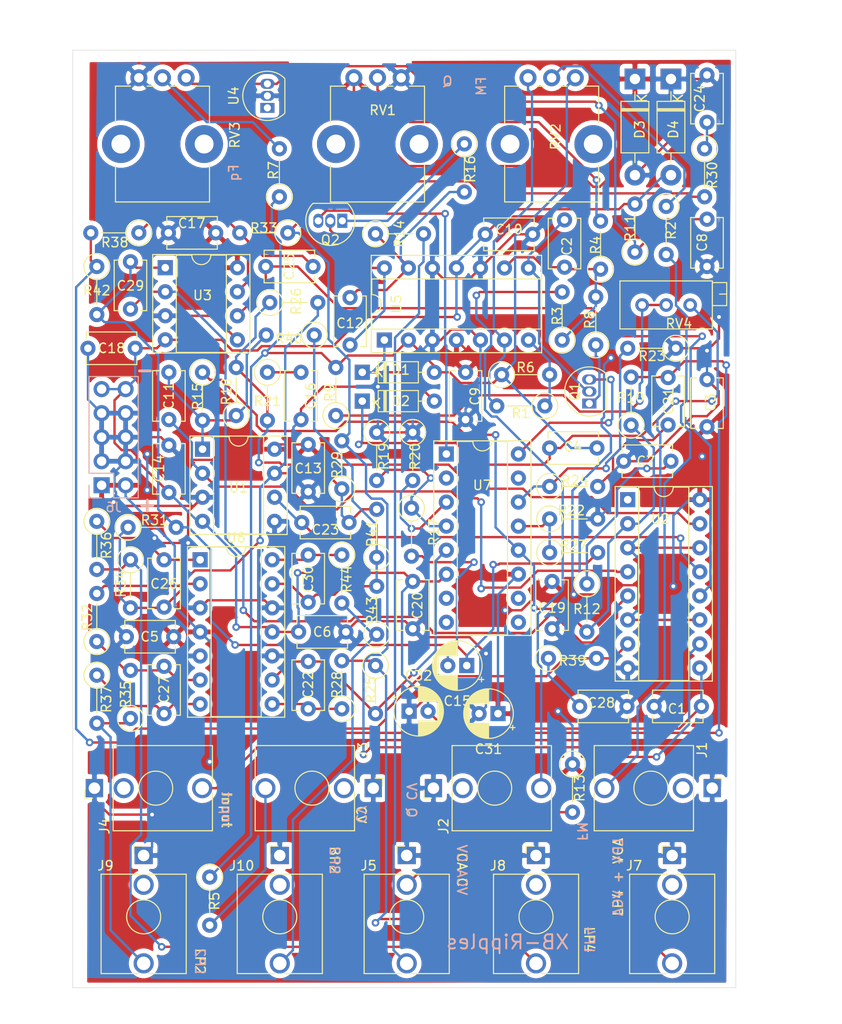
<source format=kicad_pcb>
(kicad_pcb (version 20171130) (host pcbnew "(5.1.0)-1")
  (layers (0 F.Cu signal) (31 B.Cu signal) (34 B.Paste user) (35 F.Paste user) (36 B.SilkS user) (37 F.SilkS user) (38 B.Mask user) (39 F.Mask user) (44 Edge.Cuts user))
  (net 0 "")
  (net 1 GND)
  (net 2 -12V)
  (net 3 "Net-(C2-Pad1)")
  (net 4 "Net-(C2-Pad2)")
  (net 5 +12V)
  (net 6 pin11)
  (net 7 "Net-(C4-Pad2)")
  (net 8 "Net-(C7-Pad1)")
  (net 9 -5VRef)
  (net 10 LP1)
  (net 11 pin4)
  (net 12 "Net-(C12-Pad2)")
  (net 13 "Net-(C12-Pad1)")
  (net 14 LP4)
  (net 15 "Net-(C15-Pad2)")
  (net 16 "Net-(C16-Pad1)")
  (net 17 In)
  (net 18 "Net-(C21-Pad2)")
  (net 19 "Net-(C22-Pad1)")
  (net 20 "Net-(C22-Pad2)")
  (net 21 pin13)
  (net 22 LP2)
  (net 23 "Net-(C24-Pad1)")
  (net 24 pin12)
  (net 25 LP3)
  (net 26 "Net-(C26-Pad2)")
  (net 27 "Net-(C26-Pad1)")
  (net 28 "Net-(C27-Pad1)")
  (net 29 "Net-(C27-Pad2)")
  (net 30 "Net-(C28-Pad1)")
  (net 31 pin5)
  (net 32 "Net-(C30-Pad1)")
  (net 33 "Net-(C30-Pad2)")
  (net 34 "Net-(D1-Pad1)")
  (net 35 "Net-(J1-PadT)")
  (net 36 "Net-(J2-PadT)")
  (net 37 "Net-(J3-PadT)")
  (net 38 "Net-(J5-PadTN)")
  (net 39 "Net-(J5-PadT)")
  (net 40 "Net-(J7-PadT)")
  (net 41 "Net-(J8-PadT)")
  (net 42 "Net-(J9-PadT)")
  (net 43 "Net-(J10-PadT)")
  (net 44 I_RES)
  (net 45 "Net-(Q1-Pad1)")
  (net 46 I_VCA)
  (net 47 "Net-(Q2-Pad1)")
  (net 48 "Net-(R1-Pad1)")
  (net 49 "Net-(R1-Pad2)")
  (net 50 "Net-(R2-Pad1)")
  (net 51 "Net-(R4-Pad2)")
  (net 52 "Net-(R7-Pad2)")
  (net 53 "Net-(R9-Pad1)")
  (net 54 pin2)
  (net 55 "Net-(R17-Pad1)")
  (net 56 pin15)
  (net 57 "Net-(R20-Pad2)")
  (net 58 "Net-(R22-Pad1)")
  (net 59 "Net-(R23-Pad2)")
  (net 60 pin10)
  (net 61 pin7)
  (module Capacitor_THT:C_Disc_D5.1mm_W3.2mm_P5.00mm (layer F.Cu) (at 110.236 89.154 180)
    (fp_text reference C7 (at 2.667 0 180) (layer F.SilkS))
    (fp_text value 560p)
    (pad 1 thru_hole circle (at 0 0 180) (size 1.6 1.6) (drill 0.8) (layers *.Cu *.Mask) (net 8 "Net-(C7-Pad1)"))
    (pad 2 thru_hole circle (at 5 0 180) (size 1.6 1.6) (drill 0.8) (layers *.Cu *.Mask) (net 1 GND))
  )
  (module Capacitor_THT:C_Disc_D5.1mm_W3.2mm_P5.00mm (layer F.Cu) (at 114.046 80.518 270)
    (fp_text reference C3 (at 2.413 -0.381 270) (layer F.SilkS))
    (fp_text value 100n)
    (pad 2 thru_hole circle (at 5 0 270) (size 1.6 1.6) (drill 0.8) (layers *.Cu *.Mask) (net 5 +12V))
    (pad 1 thru_hole circle (at 0 0 270) (size 1.6 1.6) (drill 0.8) (layers *.Cu *.Mask) (net 1 GND))
  )
  (module Capacitor_THT:C_Disc_D5.1mm_W3.2mm_P5.00mm (layer F.Cu) (at 108.458 115.062)
    (fp_text reference C1 (at 2.413 0.254) (layer F.SilkS))
    (fp_text value 100n)
    (pad 1 thru_hole circle (at 0 0) (size 1.6 1.6) (drill 0.8) (layers *.Cu *.Mask) (net 1 GND))
    (pad 2 thru_hole circle (at 5 0) (size 1.6 1.6) (drill 0.8) (layers *.Cu *.Mask) (net 2 -12V))
  )
  (module Capacitor_THT:C_Disc_D5.1mm_W3.2mm_P5.00mm (layer F.Cu) (at 98.9838 63.6524 270)
    (fp_text reference C2 (at 2.794 -0.254 270) (layer F.SilkS))
    (fp_text value 560p)
    (pad 1 thru_hole circle (at 0 0 270) (size 1.6 1.6) (drill 0.8) (layers *.Cu *.Mask) (net 3 "Net-(C2-Pad1)"))
    (pad 2 thru_hole circle (at 5 0 270) (size 1.6 1.6) (drill 0.8) (layers *.Cu *.Mask) (net 4 "Net-(C2-Pad2)"))
  )
  (module Capacitor_THT:C_Disc_D5.1mm_W3.2mm_P5.00mm (layer F.Cu) (at 97.409 87.757)
    (fp_text reference C4 (at 2.4638 -0.127) (layer F.SilkS))
    (fp_text value 560p)
    (pad 1 thru_hole circle (at 0 0) (size 1.6 1.6) (drill 0.8) (layers *.Cu *.Mask) (net 6 pin11))
    (pad 2 thru_hole circle (at 5 0) (size 1.6 1.6) (drill 0.8) (layers *.Cu *.Mask) (net 7 "Net-(C4-Pad2)"))
  )
  (module Capacitor_THT:C_Disc_D5.1mm_W3.2mm_P5.00mm (layer F.Cu) (at 57.658 107.696 180)
    (fp_text reference C5 (at 2.54 0 180) (layer F.SilkS))
    (fp_text value 100n)
    (pad 1 thru_hole circle (at 0 0 180) (size 1.6 1.6) (drill 0.8) (layers *.Cu *.Mask) (net 5 +12V))
    (pad 2 thru_hole circle (at 5 0 180) (size 1.6 1.6) (drill 0.8) (layers *.Cu *.Mask) (net 1 GND))
  )
  (module Capacitor_THT:C_Disc_D5.1mm_W3.2mm_P5.00mm (layer F.Cu) (at 70.866 107.188)
    (fp_text reference C6 (at 2.5 0) (layer F.SilkS))
    (fp_text value 100n)
    (pad 1 thru_hole circle (at 0 0) (size 1.6 1.6) (drill 0.8) (layers *.Cu *.Mask) (net 2 -12V))
    (pad 2 thru_hole circle (at 5 0) (size 1.6 1.6) (drill 0.8) (layers *.Cu *.Mask) (net 1 GND))
  )
  (module Capacitor_THT:C_Disc_D5.1mm_W3.2mm_P5.00mm (layer F.Cu) (at 114.046 68.58 90)
    (fp_text reference C8 (at 2.54 -0.508 90) (layer F.SilkS))
    (fp_text value 220n)
    (pad 2 thru_hole circle (at 5 0 90) (size 1.6 1.6) (drill 0.8) (layers *.Cu *.Mask) (net 9 -5VRef))
    (pad 1 thru_hole circle (at 0 0 90) (size 1.6 1.6) (drill 0.8) (layers *.Cu *.Mask) (net 1 GND))
  )
  (module Capacitor_THT:C_Disc_D5.1mm_W3.2mm_P5.00mm (layer F.Cu) (at 88.519 79.756 270)
    (fp_text reference C9 (at 2.54 -1.016 270) (layer F.SilkS))
    (fp_text value 100n)
    (pad 1 thru_hole circle (at 0 0 270) (size 1.6 1.6) (drill 0.8) (layers *.Cu *.Mask) (net 5 +12V))
    (pad 2 thru_hole circle (at 5 0 270) (size 1.6 1.6) (drill 0.8) (layers *.Cu *.Mask) (net 1 GND))
  )
  (module Capacitor_THT:C_Disc_D5.1mm_W3.2mm_P5.00mm (layer F.Cu) (at 90.6018 65.1764)
    (fp_text reference C10 (at 2.5 -0.508) (layer F.SilkS))
    (fp_text value 100n)
    (pad 2 thru_hole circle (at 5 0) (size 1.6 1.6) (drill 0.8) (layers *.Cu *.Mask) (net 1 GND))
    (pad 1 thru_hole circle (at 0 0) (size 1.6 1.6) (drill 0.8) (layers *.Cu *.Mask) (net 2 -12V))
  )
  (module Capacitor_THT:C_Disc_D5.1mm_W3.2mm_P5.00mm (layer F.Cu) (at 57.15 79.756 270)
    (fp_text reference C11 (at 2.5 0 270) (layer F.SilkS))
    (fp_text value 220p)
    (pad 1 thru_hole circle (at 0 0 270) (size 1.6 1.6) (drill 0.8) (layers *.Cu *.Mask) (net 10 LP1))
    (pad 2 thru_hole circle (at 5 0 270) (size 1.6 1.6) (drill 0.8) (layers *.Cu *.Mask) (net 11 pin4))
  )
  (module Capacitor_THT:C_Disc_D5.1mm_W3.2mm_P5.00mm (layer F.Cu) (at 76.3016 76.8604 90)
    (fp_text reference C12 (at 2.286 0 180) (layer F.SilkS))
    (fp_text value 560p)
    (pad 2 thru_hole circle (at 5 0 90) (size 1.6 1.6) (drill 0.8) (layers *.Cu *.Mask) (net 12 "Net-(C12-Pad2)"))
    (pad 1 thru_hole circle (at 0 0 90) (size 1.6 1.6) (drill 0.8) (layers *.Cu *.Mask) (net 13 "Net-(C12-Pad1)"))
  )
  (module Capacitor_THT:C_Disc_D5.1mm_W3.2mm_P5.00mm (layer F.Cu) (at 71.882 87.376 270)
    (fp_text reference C13 (at 2.54 0) (layer F.SilkS))
    (fp_text value 100n)
    (pad 2 thru_hole circle (at 5 0 270) (size 1.6 1.6) (drill 0.8) (layers *.Cu *.Mask) (net 1 GND))
    (pad 1 thru_hole circle (at 0 0 270) (size 1.6 1.6) (drill 0.8) (layers *.Cu *.Mask) (net 5 +12V))
  )
  (module Capacitor_THT:C_Disc_D5.1mm_W3.2mm_P5.00mm (layer F.Cu) (at 57.15 92.456 90)
    (fp_text reference C14 (at 2.54 -1.016 90) (layer F.SilkS))
    (fp_text value 100n)
    (pad 1 thru_hole circle (at 0 0 90) (size 1.6 1.6) (drill 0.8) (layers *.Cu *.Mask) (net 2 -12V))
    (pad 2 thru_hole circle (at 5 0 90) (size 1.6 1.6) (drill 0.8) (layers *.Cu *.Mask) (net 1 GND))
  )
  (module Capacitor_THT:CP_Radial_D5.0mm_P2.00mm (layer F.Cu) (at 88.646 110.744 180)
    (fp_text reference C15 (at 1 -3.75 180) (layer F.SilkS))
    (fp_text value 4.7u)
    (pad 1 thru_hole rect (at 0 0 180) (size 1.6 1.6) (drill 0.8) (layers *.Cu *.Mask) (net 14 LP4))
    (pad 2 thru_hole circle (at 2 0 180) (size 1.6 1.6) (drill 0.8) (layers *.Cu *.Mask) (net 15 "Net-(C15-Pad2)"))
  )
  (module Capacitor_THT:C_Disc_D5.1mm_W3.2mm_P5.00mm (layer F.Cu) (at 71.12 79.756 270)
    (fp_text reference C16 (at 2.5 -1.016 270) (layer F.SilkS))
    (fp_text value 560p)
    (pad 2 thru_hole circle (at 5 0 270) (size 1.6 1.6) (drill 0.8) (layers *.Cu *.Mask) (net 1 GND))
    (pad 1 thru_hole circle (at 0 0 270) (size 1.6 1.6) (drill 0.8) (layers *.Cu *.Mask) (net 16 "Net-(C16-Pad1)"))
  )
  (module Capacitor_THT:C_Disc_D5.1mm_W3.2mm_P5.00mm (layer F.Cu) (at 62.103 65.024 180)
    (fp_text reference C17 (at 2.54 1.016 180) (layer F.SilkS))
    (fp_text value 100n)
    (pad 2 thru_hole circle (at 5 0 180) (size 1.6 1.6) (drill 0.8) (layers *.Cu *.Mask) (net 1 GND))
    (pad 1 thru_hole circle (at 0 0 180) (size 1.6 1.6) (drill 0.8) (layers *.Cu *.Mask) (net 5 +12V))
  )
  (module Capacitor_THT:C_Disc_D5.1mm_W3.2mm_P5.00mm (layer F.Cu) (at 53.594 77.216 180)
    (fp_text reference C18 (at 2.5 0 180) (layer F.SilkS))
    (fp_text value 100n)
    (pad 1 thru_hole circle (at 0 0 180) (size 1.6 1.6) (drill 0.8) (layers *.Cu *.Mask) (net 2 -12V))
    (pad 2 thru_hole circle (at 5 0 180) (size 1.6 1.6) (drill 0.8) (layers *.Cu *.Mask) (net 1 GND))
  )
  (module Capacitor_THT:C_Disc_D5.1mm_W3.2mm_P5.00mm (layer F.Cu) (at 97.663 101.854 270)
    (fp_text reference C19 (at 2.794 0) (layer F.SilkS))
    (fp_text value 100n)
    (pad 1 thru_hole circle (at 0 0 270) (size 1.6 1.6) (drill 0.8) (layers *.Cu *.Mask) (net 5 +12V))
    (pad 2 thru_hole circle (at 5 0 270) (size 1.6 1.6) (drill 0.8) (layers *.Cu *.Mask) (net 1 GND))
  )
  (module Capacitor_THT:C_Disc_D5.1mm_W3.2mm_P5.00mm (layer F.Cu) (at 82.931 101.854 270)
    (fp_text reference C20 (at 2.54 -0.508 270) (layer F.SilkS))
    (fp_text value 100n)
    (pad 2 thru_hole circle (at 5 0 270) (size 1.6 1.6) (drill 0.8) (layers *.Cu *.Mask) (net 1 GND))
    (pad 1 thru_hole circle (at 0 0 270) (size 1.6 1.6) (drill 0.8) (layers *.Cu *.Mask) (net 2 -12V))
  )
  (module Capacitor_THT:C_Disc_D5.1mm_W3.2mm_P5.00mm (layer F.Cu) (at 109.9312 80.3148 270)
    (fp_text reference C21 (at 2.5 -0.0508 270) (layer F.SilkS))
    (fp_text value 220p)
    (pad 1 thru_hole circle (at 0 0 270) (size 1.6 1.6) (drill 0.8) (layers *.Cu *.Mask) (net 17 In))
    (pad 2 thru_hole circle (at 5 0 270) (size 1.6 1.6) (drill 0.8) (layers *.Cu *.Mask) (net 18 "Net-(C21-Pad2)"))
  )
  (module Capacitor_THT:C_Disc_D5.1mm_W3.2mm_P5.00mm (layer F.Cu) (at 71.882 115.316 90)
    (fp_text reference C22 (at 2.54 0 90) (layer F.SilkS))
    (fp_text value 47p)
    (pad 1 thru_hole circle (at 0 0 90) (size 1.6 1.6) (drill 0.8) (layers *.Cu *.Mask) (net 19 "Net-(C22-Pad1)"))
    (pad 2 thru_hole circle (at 5 0 90) (size 1.6 1.6) (drill 0.8) (layers *.Cu *.Mask) (net 20 "Net-(C22-Pad2)"))
  )
  (module Capacitor_THT:C_Disc_D5.1mm_W3.2mm_P5.00mm (layer F.Cu) (at 76.2 95.631 180)
    (fp_text reference C23 (at 2.5 -0.762 180) (layer F.SilkS))
    (fp_text value 220p)
    (pad 2 thru_hole circle (at 5 0 180) (size 1.6 1.6) (drill 0.8) (layers *.Cu *.Mask) (net 21 pin13))
    (pad 1 thru_hole circle (at 0 0 180) (size 1.6 1.6) (drill 0.8) (layers *.Cu *.Mask) (net 22 LP2))
  )
  (module Capacitor_THT:C_Disc_D5.1mm_W3.2mm_P5.00mm (layer F.Cu) (at 114.046 53.34 90)
    (fp_text reference C24 (at 2.5 -0.762 90) (layer F.SilkS))
    (fp_text value 560p)
    (pad 2 thru_hole circle (at 5 0 90) (size 1.6 1.6) (drill 0.8) (layers *.Cu *.Mask) (net 1 GND))
    (pad 1 thru_hole circle (at 0 0 90) (size 1.6 1.6) (drill 0.8) (layers *.Cu *.Mask) (net 23 "Net-(C24-Pad1)"))
  )
  (module Capacitor_THT:C_Disc_D5.1mm_W3.2mm_P5.00mm (layer F.Cu) (at 72.39 68.58 180)
    (fp_text reference C25 (at 2.5 0 270) (layer F.SilkS))
    (fp_text value 220p)
    (pad 2 thru_hole circle (at 5 0 180) (size 1.6 1.6) (drill 0.8) (layers *.Cu *.Mask) (net 24 pin12))
    (pad 1 thru_hole circle (at 0 0 180) (size 1.6 1.6) (drill 0.8) (layers *.Cu *.Mask) (net 25 LP3))
  )
  (module Capacitor_THT:C_Disc_D5.1mm_W3.2mm_P5.00mm (layer F.Cu) (at 56.642 99.568 270)
    (fp_text reference C26 (at 2.54 0) (layer F.SilkS))
    (fp_text value 47p)
    (pad 2 thru_hole circle (at 5 0 270) (size 1.6 1.6) (drill 0.8) (layers *.Cu *.Mask) (net 26 "Net-(C26-Pad2)"))
    (pad 1 thru_hole circle (at 0 0 270) (size 1.6 1.6) (drill 0.8) (layers *.Cu *.Mask) (net 27 "Net-(C26-Pad1)"))
  )
  (module Capacitor_THT:C_Disc_D5.1mm_W3.2mm_P5.00mm (layer F.Cu) (at 56.642 115.824 90)
    (fp_text reference C27 (at 2.54 0 90) (layer F.SilkS))
    (fp_text value 47p)
    (pad 1 thru_hole circle (at 0 0 90) (size 1.6 1.6) (drill 0.8) (layers *.Cu *.Mask) (net 28 "Net-(C27-Pad1)"))
    (pad 2 thru_hole circle (at 5 0 90) (size 1.6 1.6) (drill 0.8) (layers *.Cu *.Mask) (net 29 "Net-(C27-Pad2)"))
  )
  (module Capacitor_THT:C_Disc_D5.1mm_W3.2mm_P5.00mm (layer F.Cu) (at 100.584 115.062)
    (fp_text reference C28 (at 2.286 -0.381) (layer F.SilkS))
    (fp_text value 560p)
    (pad 2 thru_hole circle (at 5 0) (size 1.6 1.6) (drill 0.8) (layers *.Cu *.Mask) (net 1 GND))
    (pad 1 thru_hole circle (at 0 0) (size 1.6 1.6) (drill 0.8) (layers *.Cu *.Mask) (net 30 "Net-(C28-Pad1)"))
  )
  (module Capacitor_THT:C_Disc_D5.1mm_W3.2mm_P5.00mm (layer F.Cu) (at 53.086 68.072 270)
    (fp_text reference C29 (at 2.54 0) (layer F.SilkS))
    (fp_text value 220p)
    (pad 2 thru_hole circle (at 5 0 270) (size 1.6 1.6) (drill 0.8) (layers *.Cu *.Mask) (net 31 pin5))
    (pad 1 thru_hole circle (at 0 0 270) (size 1.6 1.6) (drill 0.8) (layers *.Cu *.Mask) (net 14 LP4))
  )
  (module Capacitor_THT:C_Disc_D5.1mm_W3.2mm_P5.00mm (layer F.Cu) (at 71.882 99.06 270)
    (fp_text reference C30 (at 2.54 0 270) (layer F.SilkS))
    (fp_text value 47p)
    (pad 1 thru_hole circle (at 0 0 270) (size 1.6 1.6) (drill 0.8) (layers *.Cu *.Mask) (net 32 "Net-(C30-Pad1)"))
    (pad 2 thru_hole circle (at 5 0 270) (size 1.6 1.6) (drill 0.8) (layers *.Cu *.Mask) (net 33 "Net-(C30-Pad2)"))
  )
  (module Capacitor_THT:CP_Radial_D5.0mm_P2.00mm (layer F.Cu) (at 91.948 115.824 180)
    (fp_text reference C31 (at 1 -3.75 180) (layer F.SilkS))
    (fp_text value 47u)
    (pad 2 thru_hole circle (at 2 0 180) (size 1.6 1.6) (drill 0.8) (layers *.Cu *.Mask) (net 1 GND))
    (pad 1 thru_hole rect (at 0 0 180) (size 1.6 1.6) (drill 0.8) (layers *.Cu *.Mask) (net 5 +12V))
  )
  (module Capacitor_THT:CP_Radial_D5.0mm_P2.00mm (layer F.Cu) (at 82.55 115.57)
    (fp_text reference C32 (at 1 -3.75) (layer F.SilkS))
    (fp_text value 47u)
    (pad 1 thru_hole rect (at 0 0) (size 1.6 1.6) (drill 0.8) (layers *.Cu *.Mask) (net 1 GND))
    (pad 2 thru_hole circle (at 2 0) (size 1.6 1.6) (drill 0.8) (layers *.Cu *.Mask) (net 2 -12V))
  )
  (module Diode_THT:D_DO-35_SOD27_P7.62mm_Horizontal (layer F.Cu) (at 77.597 79.756)
    (fp_text reference D1 (at 4.064 -0.254) (layer F.SilkS))
    (fp_text value 1N4148)
    (fp_text user K (at 1.778 0) (layer F.SilkS))
    (pad 1 thru_hole rect (at 0 0) (size 1.6 1.6) (drill 0.8) (layers *.Cu *.Mask) (net 34 "Net-(D1-Pad1)"))
    (pad 2 thru_hole oval (at 7.62 0) (size 1.6 1.6) (drill 0.8) (layers *.Cu *.Mask) (net 7 "Net-(C4-Pad2)"))
  )
  (module Diode_THT:D_DO-35_SOD27_P7.62mm_Horizontal (layer F.Cu) (at 77.597 82.804)
    (fp_text reference D2 (at 4.064 0) (layer F.SilkS))
    (fp_text value 1N4148)
    (fp_text user K (at 1.524 0.254) (layer F.SilkS))
    (pad 2 thru_hole oval (at 7.62 0) (size 1.6 1.6) (drill 0.8) (layers *.Cu *.Mask) (net 34 "Net-(D1-Pad1)"))
    (pad 1 thru_hole rect (at 0 0) (size 1.6 1.6) (drill 0.8) (layers *.Cu *.Mask) (net 6 pin11))
  )
  (module Diode_THT:D_DO-41_SOD81_P10.16mm_Horizontal (layer F.Cu) (at 106.426 48.768 270)
    (fp_text reference D3 (at 5.334 -0.508 270) (layer F.SilkS))
    (fp_text value 1N5819)
    (fp_text user K (at 2.032 -0.762 270) (layer F.SilkS))
    (pad 1 thru_hole rect (at 0 0 270) (size 2.2 2.2) (drill 1.1) (layers *.Cu *.Mask) (net 5 +12V))
    (pad 2 thru_hole oval (at 10.16 0 270) (size 2.2 2.2) (drill 1.1) (layers *.Cu *.Mask) (net 1 GND))
  )
  (module Diode_THT:D_DO-41_SOD81_P10.16mm_Horizontal (layer F.Cu) (at 110.236 48.768 270)
    (fp_text reference D4 (at 5.334 -0.254 270) (layer F.SilkS))
    (fp_text value 1N5819)
    (fp_text user K (at 2.032 -0.762 270) (layer F.SilkS))
    (pad 2 thru_hole oval (at 10.16 0 270) (size 2.2 2.2) (drill 1.1) (layers *.Cu *.Mask) (net 2 -12V))
    (pad 1 thru_hole rect (at 0 0 270) (size 2.2 2.2) (drill 1.1) (layers *.Cu *.Mask) (net 1 GND))
  )
  (module Connector_Audio:Jack_3.5mm_QingPu_WQP-PJ398SM_Vertical_CircularHoles (layer F.Cu) (at 114.598332 123.698 270)
    (fp_text reference J1 (at -4.03 1.08 90) (layer F.SilkS))
    (fp_text value "CV Mod")
    (pad TN thru_hole circle (at 0 3.1 90) (size 2.13 2.13) (drill 1.42) (layers *.Cu *.Mask))
    (pad S thru_hole rect (at 0 0 90) (size 1.93 1.83) (drill 1.22) (layers *.Cu *.Mask) (net 1 GND))
    (pad T thru_hole circle (at 0 11.4 90) (size 2.13 2.13) (drill 1.43) (layers *.Cu *.Mask) (net 35 "Net-(J1-PadT)"))
  )
  (module Connector_Audio:Jack_3.5mm_QingPu_WQP-PJ398SM_Vertical_CircularHoles (layer F.Cu) (at 85.117554 123.698 90)
    (fp_text reference J2 (at -4.03 1.08 270) (layer F.SilkS))
    (fp_text value Q_CV)
    (pad TN thru_hole circle (at 0 3.1 270) (size 2.13 2.13) (drill 1.42) (layers *.Cu *.Mask))
    (pad S thru_hole rect (at 0 0 270) (size 1.93 1.83) (drill 1.22) (layers *.Cu *.Mask) (net 1 GND))
    (pad T thru_hole circle (at 0 11.4 270) (size 2.13 2.13) (drill 1.43) (layers *.Cu *.Mask) (net 36 "Net-(J2-PadT)"))
  )
  (module Connector_Audio:Jack_3.5mm_QingPu_WQP-PJ398SM_Vertical_CircularHoles (layer F.Cu) (at 78.756777 123.698 270)
    (fp_text reference J3 (at -4.03 1.08 90) (layer F.SilkS))
    (fp_text value "CV In")
    (pad T thru_hole circle (at 0 11.4 90) (size 2.13 2.13) (drill 1.43) (layers *.Cu *.Mask) (net 37 "Net-(J3-PadT)"))
    (pad S thru_hole rect (at 0 0 90) (size 1.93 1.83) (drill 1.22) (layers *.Cu *.Mask) (net 1 GND))
    (pad TN thru_hole circle (at 0 3.1 90) (size 2.13 2.13) (drill 1.42) (layers *.Cu *.Mask))
  )
  (module Connector_Audio:Jack_3.5mm_QingPu_WQP-PJ398SM_Vertical_CircularHoles (layer F.Cu) (at 49.276 123.698 90)
    (fp_text reference J4 (at -4.03 1.08 270) (layer F.SilkS))
    (fp_text value Input)
    (pad TN thru_hole circle (at 0 3.1 270) (size 2.13 2.13) (drill 1.42) (layers *.Cu *.Mask))
    (pad S thru_hole rect (at 0 0 270) (size 1.93 1.83) (drill 1.22) (layers *.Cu *.Mask) (net 1 GND))
    (pad T thru_hole circle (at 0 11.4 270) (size 2.13 2.13) (drill 1.43) (layers *.Cu *.Mask) (net 17 In))
  )
  (module Connector_Audio:Jack_3.5mm_QingPu_WQP-PJ398SM_Vertical_CircularHoles (layer F.Cu) (at 82.296 130.81)
    (fp_text reference J5 (at -4.03 1.08 180) (layer F.SilkS))
    (fp_text value VCA_CV)
    (pad TN thru_hole circle (at 0 3.1 180) (size 2.13 2.13) (drill 1.42) (layers *.Cu *.Mask) (net 38 "Net-(J5-PadTN)"))
    (pad S thru_hole rect (at 0 0 180) (size 1.93 1.83) (drill 1.22) (layers *.Cu *.Mask) (net 1 GND))
    (pad T thru_hole circle (at 0 11.4 180) (size 2.13 2.13) (drill 1.43) (layers *.Cu *.Mask) (net 39 "Net-(J5-PadT)"))
  )
  (module Connector_PinHeader_2.54mm:PinHeader_2x05_P2.54mm_Vertical (layer B.Cu) (at 50.038 91.694)
    (fp_text reference J6 (at 1.27 2.33) (layer B.SilkS) (effects (justify mirror)))
    (fp_text value Power)
    (pad 1 thru_hole rect (at 0 0) (size 1.7 1.7) (drill 1) (layers *.Cu *.Mask) (net 5 +12V))
    (pad 2 thru_hole oval (at 2.54 0) (size 1.7 1.7) (drill 1) (layers *.Cu *.Mask) (net 5 +12V))
    (pad 3 thru_hole oval (at 0 -2.54) (size 1.7 1.7) (drill 1) (layers *.Cu *.Mask) (net 1 GND))
    (pad 4 thru_hole oval (at 2.54 -2.54) (size 1.7 1.7) (drill 1) (layers *.Cu *.Mask) (net 1 GND))
    (pad 5 thru_hole oval (at 0 -5.08) (size 1.7 1.7) (drill 1) (layers *.Cu *.Mask) (net 1 GND))
    (pad 6 thru_hole oval (at 2.54 -5.08) (size 1.7 1.7) (drill 1) (layers *.Cu *.Mask) (net 1 GND))
    (pad 7 thru_hole oval (at 0 -7.62) (size 1.7 1.7) (drill 1) (layers *.Cu *.Mask) (net 1 GND))
    (pad 8 thru_hole oval (at 2.54 -7.62) (size 1.7 1.7) (drill 1) (layers *.Cu *.Mask) (net 1 GND))
    (pad 9 thru_hole oval (at 0 -10.16) (size 1.7 1.7) (drill 1) (layers *.Cu *.Mask) (net 2 -12V))
    (pad 10 thru_hole oval (at 2.54 -10.16) (size 1.7 1.7) (drill 1) (layers *.Cu *.Mask) (net 2 -12V))
  )
  (module Connector_Audio:Jack_3.5mm_QingPu_WQP-PJ398SM_Vertical_CircularHoles (layer F.Cu) (at 110.363 130.81)
    (fp_text reference J7 (at -4.03 1.08 180) (layer F.SilkS))
    (fp_text value "VCA Out")
    (pad T thru_hole circle (at 0 11.4 180) (size 2.13 2.13) (drill 1.43) (layers *.Cu *.Mask) (net 40 "Net-(J7-PadT)"))
    (pad S thru_hole rect (at 0 0 180) (size 1.93 1.83) (drill 1.22) (layers *.Cu *.Mask) (net 1 GND))
    (pad TN thru_hole circle (at 0 3.1 180) (size 2.13 2.13) (drill 1.42) (layers *.Cu *.Mask))
  )
  (module Connector_Audio:Jack_3.5mm_QingPu_WQP-PJ398SM_Vertical_CircularHoles (layer F.Cu) (at 95.969666 130.81)
    (fp_text reference J8 (at -4.03 1.08 180) (layer F.SilkS))
    (fp_text value "LP4 Out")
    (pad T thru_hole circle (at 0 11.4 180) (size 2.13 2.13) (drill 1.43) (layers *.Cu *.Mask) (net 41 "Net-(J8-PadT)"))
    (pad S thru_hole rect (at 0 0 180) (size 1.93 1.83) (drill 1.22) (layers *.Cu *.Mask) (net 1 GND))
    (pad TN thru_hole circle (at 0 3.1 180) (size 2.13 2.13) (drill 1.42) (layers *.Cu *.Mask))
  )
  (module Connector_Audio:Jack_3.5mm_QingPu_WQP-PJ398SM_Vertical_CircularHoles (layer F.Cu) (at 54.483 130.81)
    (fp_text reference J9 (at -4.03 1.08 180) (layer F.SilkS))
    (fp_text value "LP2 Out")
    (pad T thru_hole circle (at 0 11.4 180) (size 2.13 2.13) (drill 1.43) (layers *.Cu *.Mask) (net 42 "Net-(J9-PadT)"))
    (pad S thru_hole rect (at 0 0 180) (size 1.93 1.83) (drill 1.22) (layers *.Cu *.Mask) (net 1 GND))
    (pad TN thru_hole circle (at 0 3.1 180) (size 2.13 2.13) (drill 1.42) (layers *.Cu *.Mask))
  )
  (module Connector_Audio:Jack_3.5mm_QingPu_WQP-PJ398SM_Vertical_CircularHoles (layer F.Cu) (at 68.876333 130.81)
    (fp_text reference J10 (at -4.03 1.08 180) (layer F.SilkS))
    (fp_text value "BP2 Out")
    (pad TN thru_hole circle (at 0 3.1 180) (size 2.13 2.13) (drill 1.42) (layers *.Cu *.Mask))
    (pad S thru_hole rect (at 0 0 180) (size 1.93 1.83) (drill 1.22) (layers *.Cu *.Mask) (net 1 GND))
    (pad T thru_hole circle (at 0 11.4 180) (size 2.13 2.13) (drill 1.43) (layers *.Cu *.Mask) (net 43 "Net-(J10-PadT)"))
  )
  (module Package_TO_SOT_THT:TO-92_Inline (layer F.Cu) (at 101.6 83.058 90)
    (fp_text reference Q1 (at 1.27 -1.524 90) (layer F.SilkS))
    (fp_text value 2N3906)
    (pad 2 thru_hole oval (at 1.27 0 90) (size 1.05 1.5) (drill 0.75) (layers *.Cu *.Mask) (net 3 "Net-(C2-Pad1)"))
    (pad 3 thru_hole oval (at 2.54 0 90) (size 1.05 1.5) (drill 0.75) (layers *.Cu *.Mask) (net 44 I_RES))
    (pad 1 thru_hole rect (at 0 0 90) (size 1.05 1.5) (drill 0.75) (layers *.Cu *.Mask) (net 45 "Net-(Q1-Pad1)"))
  )
  (module Package_TO_SOT_THT:TO-92_Inline (layer F.Cu) (at 75.4888 63.754 180)
    (fp_text reference Q2 (at 1.27 -2.032 180) (layer F.SilkS))
    (fp_text value 2N3906)
    (pad 2 thru_hole oval (at 1.27 0 180) (size 1.05 1.5) (drill 0.75) (layers *.Cu *.Mask) (net 13 "Net-(C12-Pad1)"))
    (pad 3 thru_hole oval (at 2.54 0 180) (size 1.05 1.5) (drill 0.75) (layers *.Cu *.Mask) (net 46 I_VCA))
    (pad 1 thru_hole rect (at 0 0 180) (size 1.05 1.5) (drill 0.75) (layers *.Cu *.Mask) (net 47 "Net-(Q2-Pad1)"))
  )
  (module Resistor_THT:R_Axial_DIN0207_L6.3mm_D2.5mm_P5.08mm_Vertical (layer F.Cu) (at 96.901 83.312 180)
    (fp_text reference R1 (at 2.54 -0.762 180) (layer F.SilkS))
    (fp_text value 100K)
    (pad 1 thru_hole circle (at 0 0 180) (size 1.6 1.6) (drill 0.8) (layers *.Cu *.Mask) (net 48 "Net-(R1-Pad1)"))
    (pad 2 thru_hole oval (at 5.08 0 180) (size 1.6 1.6) (drill 0.8) (layers *.Cu *.Mask) (net 49 "Net-(R1-Pad2)"))
  )
  (module Resistor_THT:R_Axial_DIN0207_L6.3mm_D2.5mm_P5.08mm_Vertical (layer F.Cu) (at 109.728 62.23 270)
    (fp_text reference R2 (at 2.54 -0.508 270) (layer F.SilkS))
    (fp_text value 100K)
    (pad 1 thru_hole circle (at 0 0 270) (size 1.6 1.6) (drill 0.8) (layers *.Cu *.Mask) (net 50 "Net-(R2-Pad1)"))
    (pad 2 thru_hole oval (at 5.08 0 270) (size 1.6 1.6) (drill 0.8) (layers *.Cu *.Mask) (net 35 "Net-(J1-PadT)"))
  )
  (module Resistor_THT:R_Axial_DIN0207_L6.3mm_D2.5mm_P5.08mm_Vertical (layer F.Cu) (at 98.7298 76.3524 90)
    (fp_text reference R3 (at 2.54 -0.508 90) (layer F.SilkS))
    (fp_text value 22K)
    (pad 1 thru_hole circle (at 0 0 90) (size 1.6 1.6) (drill 0.8) (layers *.Cu *.Mask) (net 4 "Net-(C2-Pad2)"))
    (pad 2 thru_hole oval (at 5.08 0 90) (size 1.6 1.6) (drill 0.8) (layers *.Cu *.Mask) (net 36 "Net-(J2-PadT)"))
  )
  (module Resistor_THT:R_Axial_DIN0207_L6.3mm_D2.5mm_P5.08mm_Vertical (layer F.Cu) (at 102.7938 68.8594 90)
    (fp_text reference R4 (at 2.54 -0.508 90) (layer F.SilkS))
    (fp_text value 62K)
    (pad 1 thru_hole circle (at 0 0 90) (size 1.6 1.6) (drill 0.8) (layers *.Cu *.Mask) (net 4 "Net-(C2-Pad2)"))
    (pad 2 thru_hole oval (at 5.08 0 90) (size 1.6 1.6) (drill 0.8) (layers *.Cu *.Mask) (net 51 "Net-(R4-Pad2)"))
  )
  (module Resistor_THT:R_Axial_DIN0207_L6.3mm_D2.5mm_P5.08mm_Vertical (layer F.Cu) (at 61.468 133.096 270)
    (fp_text reference R5 (at 2.54 -0.508 270) (layer F.SilkS))
    (fp_text value 100K)
    (pad 2 thru_hole oval (at 5.08 0 270) (size 1.6 1.6) (drill 0.8) (layers *.Cu *.Mask) (net 37 "Net-(J3-PadT)"))
    (pad 1 thru_hole circle (at 0 0 270) (size 1.6 1.6) (drill 0.8) (layers *.Cu *.Mask) (net 7 "Net-(C4-Pad2)"))
  )
  (module Resistor_THT:R_Axial_DIN0207_L6.3mm_D2.5mm_P5.08mm_Vertical (layer F.Cu) (at 92.329 80.01)
    (fp_text reference R6 (at 2.54 -0.762) (layer F.SilkS))
    (fp_text value 100K)
    (pad 2 thru_hole oval (at 5.08 0) (size 1.6 1.6) (drill 0.8) (layers *.Cu *.Mask) (net 48 "Net-(R1-Pad1)"))
    (pad 1 thru_hole circle (at 0 0) (size 1.6 1.6) (drill 0.8) (layers *.Cu *.Mask) (net 7 "Net-(C4-Pad2)"))
  )
  (module Resistor_THT:R_Axial_DIN0207_L6.3mm_D2.5mm_P5.08mm_Vertical (layer F.Cu) (at 68.834 61.214 90)
    (fp_text reference R7 (at 2.794 -0.635 90) (layer F.SilkS))
    (fp_text value 47K)
    (pad 1 thru_hole circle (at 0 0 90) (size 1.6 1.6) (drill 0.8) (layers *.Cu *.Mask) (net 7 "Net-(C4-Pad2)"))
    (pad 2 thru_hole oval (at 5.08 0 90) (size 1.6 1.6) (drill 0.8) (layers *.Cu *.Mask) (net 52 "Net-(R7-Pad2)"))
  )
  (module Resistor_THT:R_Axial_DIN0207_L6.3mm_D2.5mm_P5.08mm_Vertical (layer F.Cu) (at 102.2858 76.8604 90)
    (fp_text reference R8 (at 2.667 -0.635 90) (layer F.SilkS))
    (fp_text value 47K)
    (pad 2 thru_hole oval (at 5.08 0 90) (size 1.6 1.6) (drill 0.8) (layers *.Cu *.Mask) (net 4 "Net-(C2-Pad2)"))
    (pad 1 thru_hole circle (at 0 0 90) (size 1.6 1.6) (drill 0.8) (layers *.Cu *.Mask) (net 45 "Net-(Q1-Pad1)"))
  )
  (module Resistor_THT:R_Axial_DIN0207_L6.3mm_D2.5mm_P5.08mm_Vertical (layer F.Cu) (at 74.803 84.328 90)
    (fp_text reference R9 (at 2.413 -0.635 90) (layer F.SilkS))
    (fp_text value 15K)
    (pad 2 thru_hole oval (at 5.08 0 90) (size 1.6 1.6) (drill 0.8) (layers *.Cu *.Mask) (net 7 "Net-(C4-Pad2)"))
    (pad 1 thru_hole circle (at 0 0 90) (size 1.6 1.6) (drill 0.8) (layers *.Cu *.Mask) (net 53 "Net-(R9-Pad1)"))
  )
  (module Resistor_THT:R_Axial_DIN0207_L6.3mm_D2.5mm_P5.08mm_Vertical (layer F.Cu) (at 106.0196 85.344 90)
    (fp_text reference R10 (at 2.8956 -0.0508 180) (layer F.SilkS))
    (fp_text value 100K)
    (pad 1 thru_hole circle (at 0 0 90) (size 1.6 1.6) (drill 0.8) (layers *.Cu *.Mask) (net 54 pin2))
    (pad 2 thru_hole oval (at 5.08 0 90) (size 1.6 1.6) (drill 0.8) (layers *.Cu *.Mask) (net 17 In))
  )
  (module Resistor_THT:R_Axial_DIN0207_L6.3mm_D2.5mm_P5.08mm_Vertical (layer F.Cu) (at 106.426 67.056 90)
    (fp_text reference R11 (at 2.54 -0.508 90) (layer F.SilkS))
    (fp_text value 6.8K)
    (pad 1 thru_hole circle (at 0 0 90) (size 1.6 1.6) (drill 0.8) (layers *.Cu *.Mask) (net 9 -5VRef))
    (pad 2 thru_hole oval (at 5.08 0 90) (size 1.6 1.6) (drill 0.8) (layers *.Cu *.Mask) (net 2 -12V))
  )
  (module Resistor_THT:R_Axial_DIN0207_L6.3mm_D2.5mm_P5.08mm_Vertical (layer F.Cu) (at 101.346 102.108 270)
    (fp_text reference R12 (at 2.667 0) (layer F.SilkS))
    (fp_text value 510R)
    (pad 1 thru_hole circle (at 0 0 270) (size 1.6 1.6) (drill 0.8) (layers *.Cu *.Mask) (net 8 "Net-(C7-Pad1)"))
    (pad 2 thru_hole oval (at 5.08 0 270) (size 1.6 1.6) (drill 0.8) (layers *.Cu *.Mask) (net 54 pin2))
  )
  (module Resistor_THT:R_Axial_DIN0207_L6.3mm_D2.5mm_P5.08mm_Vertical (layer F.Cu) (at 99.822 121.158 270)
    (fp_text reference R13 (at 2.54 -0.762 270) (layer F.SilkS))
    (fp_text value 15K)
    (pad 1 thru_hole circle (at 0 0 270) (size 1.6 1.6) (drill 0.8) (layers *.Cu *.Mask) (net 5 +12V))
    (pad 2 thru_hole oval (at 5.08 0 270) (size 1.6 1.6) (drill 0.8) (layers *.Cu *.Mask) (net 38 "Net-(J5-PadTN)"))
  )
  (module Resistor_THT:R_Axial_DIN0207_L6.3mm_D2.5mm_P5.08mm_Vertical (layer F.Cu) (at 78.994 65.1256)
    (fp_text reference R14 (at 2.54 0 90) (layer F.SilkS))
    (fp_text value 27K)
    (pad 2 thru_hole oval (at 5.08 0) (size 1.6 1.6) (drill 0.8) (layers *.Cu *.Mask) (net 39 "Net-(J5-PadT)"))
    (pad 1 thru_hole circle (at 0 0) (size 1.6 1.6) (drill 0.8) (layers *.Cu *.Mask) (net 12 "Net-(C12-Pad2)"))
  )
  (module Resistor_THT:R_Axial_DIN0207_L6.3mm_D2.5mm_P5.08mm_Vertical (layer F.Cu) (at 60.706 79.756 270)
    (fp_text reference R15 (at 2.54 0.508 270) (layer F.SilkS))
    (fp_text value 33K)
    (pad 1 thru_hole circle (at 0 0 270) (size 1.6 1.6) (drill 0.8) (layers *.Cu *.Mask) (net 54 pin2))
    (pad 2 thru_hole oval (at 5.08 0 270) (size 1.6 1.6) (drill 0.8) (layers *.Cu *.Mask) (net 10 LP1))
  )
  (module Resistor_THT:R_Axial_DIN0207_L6.3mm_D2.5mm_P5.08mm_Vertical (layer F.Cu) (at 88.392 55.626 270)
    (fp_text reference R16 (at 2.667 -0.635 270) (layer F.SilkS))
    (fp_text value 47K)
    (pad 1 thru_hole circle (at 0 0 270) (size 1.6 1.6) (drill 0.8) (layers *.Cu *.Mask) (net 47 "Net-(Q2-Pad1)"))
    (pad 2 thru_hole oval (at 5.08 0 270) (size 1.6 1.6) (drill 0.8) (layers *.Cu *.Mask) (net 12 "Net-(C12-Pad2)"))
  )
  (module Resistor_THT:R_Axial_DIN0207_L6.3mm_D2.5mm_P5.08mm_Vertical (layer F.Cu) (at 82.804 94.107 270)
    (fp_text reference R17 (at 2.54 -2.37 270) (layer F.SilkS))
    (fp_text value 100K)
    (pad 2 thru_hole oval (at 5.08 0 270) (size 1.6 1.6) (drill 0.8) (layers *.Cu *.Mask) (net 15 "Net-(C15-Pad2)"))
    (pad 1 thru_hole circle (at 0 0 270) (size 1.6 1.6) (drill 0.8) (layers *.Cu *.Mask) (net 55 "Net-(R17-Pad1)"))
  )
  (module Resistor_THT:R_Axial_DIN0207_L6.3mm_D2.5mm_P5.08mm_Vertical (layer F.Cu) (at 64.262 84.328 90)
    (fp_text reference R18 (at 2.54 -1.016 90) (layer F.SilkS))
    (fp_text value 33K)
    (pad 1 thru_hole circle (at 0 0 90) (size 1.6 1.6) (drill 0.8) (layers *.Cu *.Mask) (net 10 LP1))
    (pad 2 thru_hole oval (at 5.08 0 90) (size 1.6 1.6) (drill 0.8) (layers *.Cu *.Mask) (net 56 pin15))
  )
  (module Resistor_THT:R_Axial_DIN0207_L6.3mm_D2.5mm_P5.08mm_Vertical (layer F.Cu) (at 79.121 86.106 270)
    (fp_text reference R19 (at 2.54 -0.762 270) (layer F.SilkS))
    (fp_text value 1K)
    (pad 2 thru_hole oval (at 5.08 0 270) (size 1.6 1.6) (drill 0.8) (layers *.Cu *.Mask) (net 55 "Net-(R17-Pad1)"))
    (pad 1 thru_hole circle (at 0 0 270) (size 1.6 1.6) (drill 0.8) (layers *.Cu *.Mask) (net 1 GND))
  )
  (module Resistor_THT:R_Axial_DIN0207_L6.3mm_D2.5mm_P5.08mm_Vertical (layer F.Cu) (at 82.931 86.106 270)
    (fp_text reference R20 (at 2.54 -0.254 270) (layer F.SilkS))
    (fp_text value 1K)
    (pad 2 thru_hole oval (at 5.08 0 270) (size 1.6 1.6) (drill 0.8) (layers *.Cu *.Mask) (net 57 "Net-(R20-Pad2)"))
    (pad 1 thru_hole circle (at 0 0 270) (size 1.6 1.6) (drill 0.8) (layers *.Cu *.Mask) (net 1 GND))
  )
  (module Resistor_THT:R_Axial_DIN0207_L6.3mm_D2.5mm_P5.08mm_Vertical (layer F.Cu) (at 67.564 79.756 270)
    (fp_text reference R21 (at 3.048 0) (layer F.SilkS))
    (fp_text value 510R)
    (pad 2 thru_hole oval (at 5.08 0 270) (size 1.6 1.6) (drill 0.8) (layers *.Cu *.Mask) (net 56 pin15))
    (pad 1 thru_hole circle (at 0 0 270) (size 1.6 1.6) (drill 0.8) (layers *.Cu *.Mask) (net 16 "Net-(C16-Pad1)"))
  )
  (module Resistor_THT:R_Axial_DIN0207_L6.3mm_D2.5mm_P5.08mm_Vertical (layer F.Cu) (at 97.409 95.25)
    (fp_text reference R22 (at 2.286 -0.889) (layer F.SilkS))
    (fp_text value 1K)
    (pad 2 thru_hole oval (at 5.08 0) (size 1.6 1.6) (drill 0.8) (layers *.Cu *.Mask) (net 1 GND))
    (pad 1 thru_hole circle (at 0 0) (size 1.6 1.6) (drill 0.8) (layers *.Cu *.Mask) (net 58 "Net-(R22-Pad1)"))
  )
  (module Resistor_THT:R_Axial_DIN0207_L6.3mm_D2.5mm_P5.08mm_Vertical (layer F.Cu) (at 110.744 77.216 180)
    (fp_text reference R23 (at 2.5019 -0.8382 180) (layer F.SilkS))
    (fp_text value 1K)
    (pad 1 thru_hole circle (at 0 0 180) (size 1.6 1.6) (drill 0.8) (layers *.Cu *.Mask) (net 1 GND))
    (pad 2 thru_hole oval (at 5.08 0 180) (size 1.6 1.6) (drill 0.8) (layers *.Cu *.Mask) (net 59 "Net-(R23-Pad2)"))
  )
  (module Resistor_THT:R_Axial_DIN0207_L6.3mm_D2.5mm_P5.08mm_Vertical (layer F.Cu) (at 97.409 91.821)
    (fp_text reference R24 (at 2.667 -0.635) (layer F.SilkS))
    (fp_text value 300K)
    (pad 2 thru_hole oval (at 5.08 0) (size 1.6 1.6) (drill 0.8) (layers *.Cu *.Mask) (net 18 "Net-(C21-Pad2)"))
    (pad 1 thru_hole circle (at 0 0) (size 1.6 1.6) (drill 0.8) (layers *.Cu *.Mask) (net 59 "Net-(R23-Pad2)"))
  )
  (module Resistor_THT:R_Axial_DIN0207_L6.3mm_D2.5mm_P5.08mm_Vertical (layer F.Cu) (at 78.994 110.744 270)
    (fp_text reference R25 (at 2.54 0.508 270) (layer F.SilkS))
    (fp_text value 100K)
    (pad 1 thru_hole circle (at 0 0 270) (size 1.6 1.6) (drill 0.8) (layers *.Cu *.Mask) (net 40 "Net-(J7-PadT)"))
    (pad 2 thru_hole oval (at 5.08 0 270) (size 1.6 1.6) (drill 0.8) (layers *.Cu *.Mask) (net 20 "Net-(C22-Pad2)"))
  )
  (module Resistor_THT:R_Axial_DIN0207_L6.3mm_D2.5mm_P5.08mm_Vertical (layer F.Cu) (at 67.818 72.39)
    (fp_text reference R26 (at 2.794 -0.127 90) (layer F.SilkS))
    (fp_text value 33K)
    (pad 2 thru_hole oval (at 5.08 0) (size 1.6 1.6) (drill 0.8) (layers *.Cu *.Mask) (net 22 LP2))
    (pad 1 thru_hole circle (at 0 0) (size 1.6 1.6) (drill 0.8) (layers *.Cu *.Mask) (net 56 pin15))
  )
  (module Resistor_THT:R_Axial_DIN0207_L6.3mm_D2.5mm_P5.08mm_Vertical (layer F.Cu) (at 97.409 98.806)
    (fp_text reference R27 (at 2.54 -0.762) (layer F.SilkS))
    (fp_text value 22K)
    (pad 2 thru_hole oval (at 5.08 0) (size 1.6 1.6) (drill 0.8) (layers *.Cu *.Mask) (net 14 LP4))
    (pad 1 thru_hole circle (at 0 0) (size 1.6 1.6) (drill 0.8) (layers *.Cu *.Mask) (net 58 "Net-(R22-Pad1)"))
  )
  (module Resistor_THT:R_Axial_DIN0207_L6.3mm_D2.5mm_P5.08mm_Vertical (layer F.Cu) (at 75.438 115.316 90)
    (fp_text reference R28 (at 2.54 -0.508 90) (layer F.SilkS))
    (fp_text value 1K)
    (pad 1 thru_hole circle (at 0 0 90) (size 1.6 1.6) (drill 0.8) (layers *.Cu *.Mask) (net 19 "Net-(C22-Pad1)"))
    (pad 2 thru_hole oval (at 5.08 0 90) (size 1.6 1.6) (drill 0.8) (layers *.Cu *.Mask) (net 40 "Net-(J7-PadT)"))
  )
  (module Resistor_THT:R_Axial_DIN0207_L6.3mm_D2.5mm_P5.08mm_Vertical (layer F.Cu) (at 75.438 92.075 90)
    (fp_text reference R29 (at 2.54 -0.508 90) (layer F.SilkS))
    (fp_text value 33K)
    (pad 2 thru_hole oval (at 5.08 0 90) (size 1.6 1.6) (drill 0.8) (layers *.Cu *.Mask) (net 60 pin10))
    (pad 1 thru_hole circle (at 0 0 90) (size 1.6 1.6) (drill 0.8) (layers *.Cu *.Mask) (net 22 LP2))
  )
  (module Resistor_THT:R_Axial_DIN0207_L6.3mm_D2.5mm_P5.08mm_Vertical (layer F.Cu) (at 113.792 56.134 270)
    (fp_text reference R30 (at 2.794 -0.8128 270) (layer F.SilkS))
    (fp_text value 510R)
    (pad 1 thru_hole circle (at 0 0 270) (size 1.6 1.6) (drill 0.8) (layers *.Cu *.Mask) (net 23 "Net-(C24-Pad1)"))
    (pad 2 thru_hole oval (at 5.08 0 270) (size 1.6 1.6) (drill 0.8) (layers *.Cu *.Mask) (net 60 pin10))
  )
  (module Resistor_THT:R_Axial_DIN0207_L6.3mm_D2.5mm_P5.08mm_Vertical (layer F.Cu) (at 52.832 96.139)
    (fp_text reference R31 (at 2.794 -0.762) (layer F.SilkS))
    (fp_text value 39K)
    (pad 2 thru_hole oval (at 5.08 0) (size 1.6 1.6) (drill 0.8) (layers *.Cu *.Mask) (net 14 LP4))
    (pad 1 thru_hole circle (at 0 0) (size 1.6 1.6) (drill 0.8) (layers *.Cu *.Mask) (net 26 "Net-(C26-Pad2)"))
  )
  (module Resistor_THT:R_Axial_DIN0207_L6.3mm_D2.5mm_P5.08mm_Vertical (layer F.Cu) (at 49.53 108.204 90)
    (fp_text reference R32 (at 2.54 -1.016 90) (layer F.SilkS))
    (fp_text value 39K)
    (pad 2 thru_hole oval (at 5.08 0 90) (size 1.6 1.6) (drill 0.8) (layers *.Cu *.Mask) (net 22 LP2))
    (pad 1 thru_hole circle (at 0 0 90) (size 1.6 1.6) (drill 0.8) (layers *.Cu *.Mask) (net 29 "Net-(C27-Pad2)"))
  )
  (module Resistor_THT:R_Axial_DIN0207_L6.3mm_D2.5mm_P5.08mm_Vertical (layer F.Cu) (at 69.723 65.024 180)
    (fp_text reference R33 (at 2.54 0.508 180) (layer F.SilkS))
    (fp_text value 33K)
    (pad 2 thru_hole oval (at 5.08 0 180) (size 1.6 1.6) (drill 0.8) (layers *.Cu *.Mask) (net 25 LP3))
    (pad 1 thru_hole circle (at 0 0 180) (size 1.6 1.6) (drill 0.8) (layers *.Cu *.Mask) (net 60 pin10))
  )
  (module Resistor_THT:R_Axial_DIN0207_L6.3mm_D2.5mm_P5.08mm_Vertical (layer F.Cu) (at 53.086 99.568 270)
    (fp_text reference R34 (at 2.54 1.016 270) (layer F.SilkS))
    (fp_text value 100K)
    (pad 1 thru_hole circle (at 0 0 270) (size 1.6 1.6) (drill 0.8) (layers *.Cu *.Mask) (net 41 "Net-(J8-PadT)"))
    (pad 2 thru_hole oval (at 5.08 0 270) (size 1.6 1.6) (drill 0.8) (layers *.Cu *.Mask) (net 26 "Net-(C26-Pad2)"))
  )
  (module Resistor_THT:R_Axial_DIN0207_L6.3mm_D2.5mm_P5.08mm_Vertical (layer F.Cu) (at 53.086 116.332 90)
    (fp_text reference R35 (at 2.54 -0.508 90) (layer F.SilkS))
    (fp_text value 100K)
    (pad 1 thru_hole circle (at 0 0 90) (size 1.6 1.6) (drill 0.8) (layers *.Cu *.Mask) (net 42 "Net-(J9-PadT)"))
    (pad 2 thru_hole oval (at 5.08 0 90) (size 1.6 1.6) (drill 0.8) (layers *.Cu *.Mask) (net 29 "Net-(C27-Pad2)"))
  )
  (module Resistor_THT:R_Axial_DIN0207_L6.3mm_D2.5mm_P5.08mm_Vertical (layer F.Cu) (at 49.53 95.504 270)
    (fp_text reference R36 (at 2.54 -1.016 270) (layer F.SilkS))
    (fp_text value 1K)
    (pad 1 thru_hole circle (at 0 0 270) (size 1.6 1.6) (drill 0.8) (layers *.Cu *.Mask) (net 27 "Net-(C26-Pad1)"))
    (pad 2 thru_hole oval (at 5.08 0 270) (size 1.6 1.6) (drill 0.8) (layers *.Cu *.Mask) (net 41 "Net-(J8-PadT)"))
  )
  (module Resistor_THT:R_Axial_DIN0207_L6.3mm_D2.5mm_P5.08mm_Vertical (layer F.Cu) (at 49.53 111.76 270)
    (fp_text reference R37 (at 2.54 -1.016 270) (layer F.SilkS))
    (fp_text value 1K)
    (pad 2 thru_hole oval (at 5.08 0 270) (size 1.6 1.6) (drill 0.8) (layers *.Cu *.Mask) (net 42 "Net-(J9-PadT)"))
    (pad 1 thru_hole circle (at 0 0 270) (size 1.6 1.6) (drill 0.8) (layers *.Cu *.Mask) (net 28 "Net-(C27-Pad1)"))
  )
  (module Resistor_THT:R_Axial_DIN0207_L6.3mm_D2.5mm_P5.08mm_Vertical (layer F.Cu) (at 53.975 65.024 180)
    (fp_text reference R38 (at 2.54 -1.016 180) (layer F.SilkS))
    (fp_text value 33K)
    (pad 2 thru_hole oval (at 5.08 0 180) (size 1.6 1.6) (drill 0.8) (layers *.Cu *.Mask) (net 61 pin7))
    (pad 1 thru_hole circle (at 0 0 180) (size 1.6 1.6) (drill 0.8) (layers *.Cu *.Mask) (net 25 LP3))
  )
  (module Resistor_THT:R_Axial_DIN0207_L6.3mm_D2.5mm_P5.08mm_Vertical (layer F.Cu) (at 97.282 109.982)
    (fp_text reference R39 (at 2.54 0.254) (layer F.SilkS))
    (fp_text value 510R)
    (pad 2 thru_hole oval (at 5.08 0) (size 1.6 1.6) (drill 0.8) (layers *.Cu *.Mask) (net 61 pin7))
    (pad 1 thru_hole circle (at 0 0) (size 1.6 1.6) (drill 0.8) (layers *.Cu *.Mask) (net 30 "Net-(C28-Pad1)"))
  )
  (module Resistor_THT:R_Axial_DIN0207_L6.3mm_D2.5mm_P5.08mm_Vertical (layer F.Cu) (at 72.517 75.819 180)
    (fp_text reference R40 (at 2.667 -0.381 180) (layer F.SilkS))
    (fp_text value 39K)
    (pad 2 thru_hole oval (at 5.08 0 180) (size 1.6 1.6) (drill 0.8) (layers *.Cu *.Mask) (net 10 LP1))
    (pad 1 thru_hole circle (at 0 0 180) (size 1.6 1.6) (drill 0.8) (layers *.Cu *.Mask) (net 33 "Net-(C30-Pad2)"))
  )
  (module Resistor_THT:R_Axial_DIN0207_L6.3mm_D2.5mm_P5.08mm_Vertical (layer F.Cu) (at 79.121 99.314 90)
    (fp_text reference R41 (at 2.54 -0.508 90) (layer F.SilkS))
    (fp_text value 39K)
    (pad 1 thru_hole circle (at 0 0 90) (size 1.6 1.6) (drill 0.8) (layers *.Cu *.Mask) (net 33 "Net-(C30-Pad2)"))
    (pad 2 thru_hole oval (at 5.08 0 90) (size 1.6 1.6) (drill 0.8) (layers *.Cu *.Mask) (net 22 LP2))
  )
  (module Resistor_THT:R_Axial_DIN0207_L6.3mm_D2.5mm_P5.08mm_Vertical (layer F.Cu) (at 49.53 68.58 270)
    (fp_text reference R42 (at 2.54 0) (layer F.SilkS))
    (fp_text value 33K)
    (pad 1 thru_hole circle (at 0 0 270) (size 1.6 1.6) (drill 0.8) (layers *.Cu *.Mask) (net 61 pin7))
    (pad 2 thru_hole oval (at 5.08 0 270) (size 1.6 1.6) (drill 0.8) (layers *.Cu *.Mask) (net 14 LP4))
  )
  (module Resistor_THT:R_Axial_DIN0207_L6.3mm_D2.5mm_P5.08mm_Vertical (layer F.Cu) (at 79.121 107.442 90)
    (fp_text reference R43 (at 2.54 -0.508 90) (layer F.SilkS))
    (fp_text value 100K)
    (pad 2 thru_hole oval (at 5.08 0 90) (size 1.6 1.6) (drill 0.8) (layers *.Cu *.Mask) (net 33 "Net-(C30-Pad2)"))
    (pad 1 thru_hole circle (at 0 0 90) (size 1.6 1.6) (drill 0.8) (layers *.Cu *.Mask) (net 43 "Net-(J10-PadT)"))
  )
  (module Resistor_THT:R_Axial_DIN0207_L6.3mm_D2.5mm_P5.08mm_Vertical (layer F.Cu) (at 75.438 99.06 270)
    (fp_text reference R44 (at 2.54 -0.508 270) (layer F.SilkS))
    (fp_text value 1K)
    (pad 1 thru_hole circle (at 0 0 270) (size 1.6 1.6) (drill 0.8) (layers *.Cu *.Mask) (net 32 "Net-(C30-Pad1)"))
    (pad 2 thru_hole oval (at 5.08 0 270) (size 1.6 1.6) (drill 0.8) (layers *.Cu *.Mask) (net 43 "Net-(J10-PadT)"))
  )
  (module Potentiometer_THT:Potentiometer_Bourns_PTV09A-1_Single_Vertical (layer F.Cu) (at 76.708 48.641 270)
    (fp_text reference RV1 (at 3.429 -3.048) (layer F.SilkS))
    (fp_text value 10Kb_res)
    (pad 3 thru_hole circle (at 0 -5 270) (size 1.8 1.8) (drill 1) (layers *.Cu *.Mask) (net 1 GND))
    (pad 2 thru_hole circle (at 0 -2.5 270) (size 1.8 1.8) (drill 1) (layers *.Cu *.Mask) (net 51 "Net-(R4-Pad2)"))
    (pad 1 thru_hole circle (at 0 0 270) (size 1.8 1.8) (drill 1) (layers *.Cu *.Mask) (net 5 +12V))
    (pad "" np_thru_hole circle (at 7 -6.9 270) (size 4 4) (drill 2) (layers *.Cu *.Mask))
    (pad "" np_thru_hole circle (at 7 1.9 270) (size 4 4) (drill 2) (layers *.Cu *.Mask))
  )
  (module Potentiometer_THT:Potentiometer_Bourns_PTV09A-1_Single_Vertical (layer F.Cu) (at 95.123 48.641 270)
    (fp_text reference RV2 (at 6.223 -2.921 270) (layer F.SilkS))
    (fp_text value 10Kb_FM)
    (pad "" np_thru_hole circle (at 7 1.9 270) (size 4 4) (drill 2) (layers *.Cu *.Mask))
    (pad "" np_thru_hole circle (at 7 -6.9 270) (size 4 4) (drill 2) (layers *.Cu *.Mask))
    (pad 1 thru_hole circle (at 0 0 270) (size 1.8 1.8) (drill 1) (layers *.Cu *.Mask) (net 49 "Net-(R1-Pad2)"))
    (pad 2 thru_hole circle (at 0 -2.5 270) (size 1.8 1.8) (drill 1) (layers *.Cu *.Mask) (net 50 "Net-(R2-Pad1)"))
    (pad 3 thru_hole circle (at 0 -5 270) (size 1.8 1.8) (drill 1) (layers *.Cu *.Mask) (net 7 "Net-(C4-Pad2)"))
  )
  (module Potentiometer_THT:Potentiometer_Bourns_PTV09A-1_Single_Vertical (layer F.Cu) (at 53.975 48.641 270)
    (fp_text reference RV3 (at 6.05 -10.15 270) (layer F.SilkS))
    (fp_text value 10kb_fq)
    (pad 3 thru_hole circle (at 0 -5 270) (size 1.8 1.8) (drill 1) (layers *.Cu *.Mask) (net 9 -5VRef))
    (pad 2 thru_hole circle (at 0 -2.5 270) (size 1.8 1.8) (drill 1) (layers *.Cu *.Mask) (net 52 "Net-(R7-Pad2)"))
    (pad 1 thru_hole circle (at 0 0 270) (size 1.8 1.8) (drill 1) (layers *.Cu *.Mask) (net 1 GND))
    (pad "" np_thru_hole circle (at 7 -6.9 270) (size 4 4) (drill 2) (layers *.Cu *.Mask))
    (pad "" np_thru_hole circle (at 7 1.9 270) (size 4 4) (drill 2) (layers *.Cu *.Mask))
  )
  (module Potentiometer_THT:Potentiometer_Bourns_3296X_Horizontal (layer F.Cu) (at 107.188 72.644 180)
    (fp_text reference RV4 (at -3.8862 -1.9812 180) (layer F.SilkS))
    (fp_text value "5K trim")
    (pad 1 thru_hole circle (at 0 0 180) (size 1.44 1.44) (drill 0.8) (layers *.Cu *.Mask) (net 53 "Net-(R9-Pad1)"))
    (pad 2 thru_hole circle (at -2.54 0 180) (size 1.44 1.44) (drill 0.8) (layers *.Cu *.Mask) (net 53 "Net-(R9-Pad1)"))
    (pad 3 thru_hole circle (at -5.08 0 180) (size 1.44 1.44) (drill 0.8) (layers *.Cu *.Mask) (net 6 pin11))
  )
  (module Package_DIP:DIP-8_W7.62mm_Socket (layer F.Cu) (at 60.706 87.884)
    (fp_text reference U1 (at 3.81 4.064) (layer F.SilkS))
    (fp_text value TL072)
    (pad 1 thru_hole rect (at 0 0) (size 1.6 1.6) (drill 0.8) (layers *.Cu *.Mask) (net 10 LP1))
    (pad 5 thru_hole oval (at 7.62 7.62) (size 1.6 1.6) (drill 0.8) (layers *.Cu *.Mask) (net 1 GND))
    (pad 2 thru_hole oval (at 0 2.54) (size 1.6 1.6) (drill 0.8) (layers *.Cu *.Mask) (net 11 pin4))
    (pad 6 thru_hole oval (at 7.62 5.08) (size 1.6 1.6) (drill 0.8) (layers *.Cu *.Mask) (net 21 pin13))
    (pad 3 thru_hole oval (at 0 5.08) (size 1.6 1.6) (drill 0.8) (layers *.Cu *.Mask) (net 1 GND))
    (pad 7 thru_hole oval (at 7.62 2.54) (size 1.6 1.6) (drill 0.8) (layers *.Cu *.Mask) (net 22 LP2))
    (pad 4 thru_hole oval (at 0 7.62) (size 1.6 1.6) (drill 0.8) (layers *.Cu *.Mask) (net 2 -12V))
    (pad 8 thru_hole oval (at 7.62 0) (size 1.6 1.6) (drill 0.8) (layers *.Cu *.Mask) (net 5 +12V))
  )
  (module Package_DIP:DIP-16_W7.62mm_Socket (layer F.Cu) (at 105.664 93.218)
    (fp_text reference U2 (at 3.4544 2.032) (layer F.SilkS))
    (fp_text value SSI2164)
    (pad 16 thru_hole oval (at 7.62 0) (size 1.6 1.6) (drill 0.8) (layers *.Cu *.Mask) (net 5 +12V))
    (pad 8 thru_hole oval (at 0 17.78) (size 1.6 1.6) (drill 0.8) (layers *.Cu *.Mask) (net 1 GND))
    (pad 15 thru_hole oval (at 7.62 2.54) (size 1.6 1.6) (drill 0.8) (layers *.Cu *.Mask) (net 56 pin15))
    (pad 7 thru_hole oval (at 0 15.24) (size 1.6 1.6) (drill 0.8) (layers *.Cu *.Mask) (net 61 pin7))
    (pad 14 thru_hole oval (at 7.62 5.08) (size 1.6 1.6) (drill 0.8) (layers *.Cu *.Mask) (net 6 pin11))
    (pad 6 thru_hole oval (at 0 12.7) (size 1.6 1.6) (drill 0.8) (layers *.Cu *.Mask) (net 6 pin11))
    (pad 13 thru_hole oval (at 7.62 7.62) (size 1.6 1.6) (drill 0.8) (layers *.Cu *.Mask) (net 21 pin13))
    (pad 5 thru_hole oval (at 0 10.16) (size 1.6 1.6) (drill 0.8) (layers *.Cu *.Mask) (net 31 pin5))
    (pad 12 thru_hole oval (at 7.62 10.16) (size 1.6 1.6) (drill 0.8) (layers *.Cu *.Mask) (net 24 pin12))
    (pad 4 thru_hole oval (at 0 7.62) (size 1.6 1.6) (drill 0.8) (layers *.Cu *.Mask) (net 11 pin4))
    (pad 11 thru_hole oval (at 7.62 12.7) (size 1.6 1.6) (drill 0.8) (layers *.Cu *.Mask) (net 6 pin11))
    (pad 3 thru_hole oval (at 0 5.08) (size 1.6 1.6) (drill 0.8) (layers *.Cu *.Mask) (net 6 pin11))
    (pad 10 thru_hole oval (at 7.62 15.24) (size 1.6 1.6) (drill 0.8) (layers *.Cu *.Mask) (net 60 pin10))
    (pad 2 thru_hole oval (at 0 2.54) (size 1.6 1.6) (drill 0.8) (layers *.Cu *.Mask) (net 54 pin2))
    (pad 9 thru_hole oval (at 7.62 17.78) (size 1.6 1.6) (drill 0.8) (layers *.Cu *.Mask) (net 2 -12V))
    (pad 1 thru_hole rect (at 0 0) (size 1.6 1.6) (drill 0.8) (layers *.Cu *.Mask))
  )
  (module Package_DIP:DIP-8_W7.62mm_Socket (layer F.Cu) (at 56.769 68.707)
    (fp_text reference U3 (at 3.937 2.921) (layer F.SilkS))
    (fp_text value TL072)
    (pad 8 thru_hole oval (at 7.62 0) (size 1.6 1.6) (drill 0.8) (layers *.Cu *.Mask) (net 5 +12V))
    (pad 4 thru_hole oval (at 0 7.62) (size 1.6 1.6) (drill 0.8) (layers *.Cu *.Mask) (net 2 -12V))
    (pad 7 thru_hole oval (at 7.62 2.54) (size 1.6 1.6) (drill 0.8) (layers *.Cu *.Mask) (net 25 LP3))
    (pad 3 thru_hole oval (at 0 5.08) (size 1.6 1.6) (drill 0.8) (layers *.Cu *.Mask) (net 1 GND))
    (pad 6 thru_hole oval (at 7.62 5.08) (size 1.6 1.6) (drill 0.8) (layers *.Cu *.Mask) (net 24 pin12))
    (pad 2 thru_hole oval (at 0 2.54) (size 1.6 1.6) (drill 0.8) (layers *.Cu *.Mask) (net 31 pin5))
    (pad 5 thru_hole oval (at 7.62 7.62) (size 1.6 1.6) (drill 0.8) (layers *.Cu *.Mask) (net 1 GND))
    (pad 1 thru_hole rect (at 0 0) (size 1.6 1.6) (drill 0.8) (layers *.Cu *.Mask) (net 14 LP4))
  )
  (module Package_TO_SOT_THT:TO-92_Inline (layer F.Cu) (at 67.564 51.816 90)
    (fp_text reference U4 (at 1.27 -3.56 90) (layer F.SilkS))
    (fp_text value LM4040LP-5)
    (pad 1 thru_hole rect (at 0 0 90) (size 1.05 1.5) (drill 0.75) (layers *.Cu *.Mask))
    (pad 3 thru_hole oval (at 2.54 0 90) (size 1.05 1.5) (drill 0.75) (layers *.Cu *.Mask) (net 9 -5VRef))
    (pad 2 thru_hole oval (at 1.27 0 90) (size 1.05 1.5) (drill 0.75) (layers *.Cu *.Mask) (net 1 GND))
  )
  (module Package_DIP:DIP-14_W7.62mm_Socket (layer F.Cu) (at 79.9338 76.3524 90)
    (fp_text reference U5 (at 3.81 1.27 90) (layer F.SilkS))
    (fp_text value TL074)
    (pad 14 thru_hole oval (at 7.62 0 90) (size 1.6 1.6) (drill 0.8) (layers *.Cu *.Mask) (net 13 "Net-(C12-Pad1)"))
    (pad 7 thru_hole oval (at 0 15.24 90) (size 1.6 1.6) (drill 0.8) (layers *.Cu *.Mask) (net 48 "Net-(R1-Pad1)"))
    (pad 13 thru_hole oval (at 7.62 2.54 90) (size 1.6 1.6) (drill 0.8) (layers *.Cu *.Mask) (net 12 "Net-(C12-Pad2)"))
    (pad 6 thru_hole oval (at 0 12.7 90) (size 1.6 1.6) (drill 0.8) (layers *.Cu *.Mask) (net 49 "Net-(R1-Pad2)"))
    (pad 12 thru_hole oval (at 7.62 5.08 90) (size 1.6 1.6) (drill 0.8) (layers *.Cu *.Mask) (net 1 GND))
    (pad 5 thru_hole oval (at 0 10.16 90) (size 1.6 1.6) (drill 0.8) (layers *.Cu *.Mask) (net 1 GND))
    (pad 11 thru_hole oval (at 7.62 7.62 90) (size 1.6 1.6) (drill 0.8) (layers *.Cu *.Mask) (net 2 -12V))
    (pad 4 thru_hole oval (at 0 7.62 90) (size 1.6 1.6) (drill 0.8) (layers *.Cu *.Mask) (net 5 +12V))
    (pad 10 thru_hole oval (at 7.62 10.16 90) (size 1.6 1.6) (drill 0.8) (layers *.Cu *.Mask) (net 1 GND))
    (pad 3 thru_hole oval (at 0 5.08 90) (size 1.6 1.6) (drill 0.8) (layers *.Cu *.Mask) (net 1 GND))
    (pad 9 thru_hole oval (at 7.62 12.7 90) (size 1.6 1.6) (drill 0.8) (layers *.Cu *.Mask) (net 4 "Net-(C2-Pad2)"))
    (pad 2 thru_hole oval (at 0 2.54 90) (size 1.6 1.6) (drill 0.8) (layers *.Cu *.Mask) (net 7 "Net-(C4-Pad2)"))
    (pad 8 thru_hole oval (at 7.62 15.24 90) (size 1.6 1.6) (drill 0.8) (layers *.Cu *.Mask) (net 3 "Net-(C2-Pad1)"))
    (pad 1 thru_hole rect (at 0 0 90) (size 1.6 1.6) (drill 0.8) (layers *.Cu *.Mask) (net 34 "Net-(D1-Pad1)"))
  )
  (module Package_DIP:DIP-14_W7.62mm_Socket (layer F.Cu) (at 60.452 99.568)
    (fp_text reference U6 (at 3.81 -2.33) (layer F.SilkS))
    (fp_text value TL074)
    (pad 1 thru_hole rect (at 0 0) (size 1.6 1.6) (drill 0.8) (layers *.Cu *.Mask) (net 27 "Net-(C26-Pad1)"))
    (pad 8 thru_hole oval (at 7.62 15.24) (size 1.6 1.6) (drill 0.8) (layers *.Cu *.Mask) (net 19 "Net-(C22-Pad1)"))
    (pad 2 thru_hole oval (at 0 2.54) (size 1.6 1.6) (drill 0.8) (layers *.Cu *.Mask) (net 26 "Net-(C26-Pad2)"))
    (pad 9 thru_hole oval (at 7.62 12.7) (size 1.6 1.6) (drill 0.8) (layers *.Cu *.Mask) (net 20 "Net-(C22-Pad2)"))
    (pad 3 thru_hole oval (at 0 5.08) (size 1.6 1.6) (drill 0.8) (layers *.Cu *.Mask) (net 1 GND))
    (pad 10 thru_hole oval (at 7.62 10.16) (size 1.6 1.6) (drill 0.8) (layers *.Cu *.Mask) (net 1 GND))
    (pad 4 thru_hole oval (at 0 7.62) (size 1.6 1.6) (drill 0.8) (layers *.Cu *.Mask) (net 5 +12V))
    (pad 11 thru_hole oval (at 7.62 7.62) (size 1.6 1.6) (drill 0.8) (layers *.Cu *.Mask) (net 2 -12V))
    (pad 5 thru_hole oval (at 0 10.16) (size 1.6 1.6) (drill 0.8) (layers *.Cu *.Mask) (net 1 GND))
    (pad 12 thru_hole oval (at 7.62 5.08) (size 1.6 1.6) (drill 0.8) (layers *.Cu *.Mask) (net 1 GND))
    (pad 6 thru_hole oval (at 0 12.7) (size 1.6 1.6) (drill 0.8) (layers *.Cu *.Mask) (net 29 "Net-(C27-Pad2)"))
    (pad 13 thru_hole oval (at 7.62 2.54) (size 1.6 1.6) (drill 0.8) (layers *.Cu *.Mask) (net 33 "Net-(C30-Pad2)"))
    (pad 7 thru_hole oval (at 0 15.24) (size 1.6 1.6) (drill 0.8) (layers *.Cu *.Mask) (net 28 "Net-(C27-Pad1)"))
    (pad 14 thru_hole oval (at 7.62 0) (size 1.6 1.6) (drill 0.8) (layers *.Cu *.Mask) (net 32 "Net-(C30-Pad1)"))
  )
  (module Package_DIP:DIP-16_W7.62mm_Socket (layer F.Cu) (at 86.487 88.392)
    (fp_text reference U7 (at 3.81 3.302) (layer F.SilkS))
    (fp_text value LM13700)
    (pad 1 thru_hole rect (at 0 0) (size 1.6 1.6) (drill 0.8) (layers *.Cu *.Mask) (net 46 I_VCA))
    (pad 9 thru_hole oval (at 7.62 17.78) (size 1.6 1.6) (drill 0.8) (layers *.Cu *.Mask))
    (pad 2 thru_hole oval (at 0 2.54) (size 1.6 1.6) (drill 0.8) (layers *.Cu *.Mask))
    (pad 10 thru_hole oval (at 7.62 15.24) (size 1.6 1.6) (drill 0.8) (layers *.Cu *.Mask))
    (pad 3 thru_hole oval (at 0 5.08) (size 1.6 1.6) (drill 0.8) (layers *.Cu *.Mask) (net 57 "Net-(R20-Pad2)"))
    (pad 11 thru_hole oval (at 7.62 12.7) (size 1.6 1.6) (drill 0.8) (layers *.Cu *.Mask) (net 5 +12V))
    (pad 4 thru_hole oval (at 0 7.62) (size 1.6 1.6) (drill 0.8) (layers *.Cu *.Mask) (net 55 "Net-(R17-Pad1)"))
    (pad 12 thru_hole oval (at 7.62 10.16) (size 1.6 1.6) (drill 0.8) (layers *.Cu *.Mask) (net 54 pin2))
    (pad 5 thru_hole oval (at 0 10.16) (size 1.6 1.6) (drill 0.8) (layers *.Cu *.Mask) (net 20 "Net-(C22-Pad2)"))
    (pad 13 thru_hole oval (at 7.62 7.62) (size 1.6 1.6) (drill 0.8) (layers *.Cu *.Mask) (net 58 "Net-(R22-Pad1)"))
    (pad 6 thru_hole oval (at 0 12.7) (size 1.6 1.6) (drill 0.8) (layers *.Cu *.Mask) (net 2 -12V))
    (pad 14 thru_hole oval (at 7.62 5.08) (size 1.6 1.6) (drill 0.8) (layers *.Cu *.Mask) (net 59 "Net-(R23-Pad2)"))
    (pad 7 thru_hole oval (at 0 15.24) (size 1.6 1.6) (drill 0.8) (layers *.Cu *.Mask))
    (pad 15 thru_hole oval (at 7.62 2.54) (size 1.6 1.6) (drill 0.8) (layers *.Cu *.Mask))
    (pad 8 thru_hole oval (at 0 17.78) (size 1.6 1.6) (drill 0.8) (layers *.Cu *.Mask))
    (pad 16 thru_hole oval (at 7.62 0) (size 1.6 1.6) (drill 0.8) (layers *.Cu *.Mask) (net 44 I_RES))
  )
  (gr_text FM (at 90.17 49.53 90) (layer F.SilkS) (effects (font (size 1 1)) (justify mirror)))
  (gr_text Fq (at 64.008 58.674 90) (layer F.SilkS) (effects (font (size 1 1)) (justify mirror)))
  (gr_text Q (at 86.614 49.022) (layer F.SilkS) (effects (font (size 1 1)) (justify mirror)))
  (gr_text FM (at 100.838 128.27 270) (layer F.SilkS) (effects (font (size 1 1)) (justify mirror)))
  (gr_text "Q CV" (at 82.804 124.968 270) (layer F.SilkS) (effects (font (size 1 1)) (justify mirror)))
  (gr_text CV (at 77.47 126.492 270) (layer F.SilkS) (effects (font (size 1 1))))
  (gr_text Input (at 63.246 125.984 270) (layer F.SilkS) (effects (font (size 1 1))))
  (gr_text LP2 (at 60.452 141.986 270) (layer F.SilkS) (effects (font (size 1 1))))
  (gr_text BP2 (at 74.676 131.318 270) (layer F.SilkS) (effects (font (size 1 1))))
  (gr_text "VCA CV" (at 88.138 132.334 270) (layer F.SilkS) (effects (font (size 1 1))))
  (gr_text LP4 (at 101.6 139.7 270) (layer F.SilkS) (effects (font (size 1 1))))
  (gr_text "LP4 + VCA" (at 104.648 133.096 90) (layer F.SilkS) (effects (font (size 1 1))))
  (gr_text "LP4 + VCA" (at 104.648 133.096 90) (layer B.SilkS) (effects (font (size 1 1)) (justify mirror)))
  (gr_text BP2 (at 74.676 131.318 270) (layer B.SilkS) (effects (font (size 1 1)) (justify mirror)))
  (gr_text "VCA CV" (at 88.138 132.334 270) (layer B.SilkS) (effects (font (size 1 1)) (justify mirror)))
  (gr_text LP4 (at 101.6 139.7 270) (layer B.SilkS) (effects (font (size 1 1)) (justify mirror)))
  (gr_text LP2 (at 60.452 141.986 270) (layer B.SilkS) (effects (font (size 1 1)) (justify mirror)))
  (gr_text FM (at 100.838 128.27 270) (layer B.SilkS) (effects (font (size 1 1)) (justify mirror)))
  (gr_text "Q CV" (at 82.804 124.968 270) (layer B.SilkS) (effects (font (size 1 1)) (justify mirror)))
  (gr_text CV (at 77.47 126.492 270) (layer B.SilkS) (effects (font (size 1 1)) (justify mirror)))
  (gr_text Input (at 63.246 125.984 270) (layer B.SilkS) (effects (font (size 1 1)) (justify mirror)))
  (gr_text FM (at 90.17 49.53 90) (layer B.SilkS) (effects (font (size 1 1)) (justify mirror)))
  (gr_text Q (at 86.614 49.022) (layer B.SilkS) (effects (font (size 1 1)) (justify mirror)))
  (gr_text Fq (at 64.008 58.674 90) (layer B.SilkS) (effects (font (size 1 1)) (justify mirror)))
  (gr_text XB-Ripples (at 92.964 139.954) (layer B.SilkS) (effects (font (size 1.5 1.5) (thickness 0.2)) (justify mirror)))
  (gr_text - (at 54.61 79.502) (layer B.SilkS) (effects (font (size 1.5 1.5) (thickness 0.3))))
  (gr_text + (at 54.864 93.726) (layer B.SilkS) (effects (font (size 1.5 1.5) (thickness 0.3))))
  (gr_line (start 117.094 45.72) (end 117.094 144.78) (layer Edge.Cuts) (width 0.05))
  (gr_line (start 117.094 144.78) (end 46.99 144.78) (layer Edge.Cuts) (width 0.05))
  (gr_line (start 46.99 45.72) (end 46.99 144.78) (layer Edge.Cuts) (width 0.05))
  (gr_line (start 46.99 45.72) (end 117.094 45.72) (layer Edge.Cuts) (width 0.05))
  (segment (start 113.618 48.768) (end 114.046 48.34) (width 0.25) (layer F.Cu) (net 1))
  (segment (start 110.236 48.768) (end 113.618 48.768) (width 0.25) (layer F.Cu) (net 1))
  (segment (start 104.436001 89.953999) (end 105.236 89.154) (width 0.25) (layer B.Cu) (net 1))
  (segment (start 103.886 90.504) (end 104.436001 89.953999) (width 0.25) (layer B.Cu) (net 1))
  (segment (start 103.886 93.853) (end 103.886 90.504) (width 0.25) (layer B.Cu) (net 1))
  (segment (start 102.489 95.25) (end 103.886 93.853) (width 0.25) (layer B.Cu) (net 1))
  (segment (start 90.0938 77.48377) (end 90.0938 76.3524) (width 0.25) (layer B.Cu) (net 1))
  (segment (start 90.0938 82.04983) (end 90.0938 77.48377) (width 0.25) (layer B.Cu) (net 1))
  (segment (start 88.519 83.62463) (end 90.0938 82.04983) (width 0.25) (layer B.Cu) (net 1))
  (segment (start 88.519 84.756) (end 88.519 83.62463) (width 0.25) (layer B.Cu) (net 1))
  (segment (start 89.293801 75.552401) (end 90.0938 76.3524) (width 0.25) (layer F.Cu) (net 1))
  (segment (start 88.968799 75.227399) (end 89.293801 75.552401) (width 0.25) (layer F.Cu) (net 1))
  (segment (start 87.013799 75.227399) (end 88.968799 75.227399) (width 0.25) (layer F.Cu) (net 1))
  (segment (start 85.888798 76.3524) (end 87.013799 75.227399) (width 0.25) (layer F.Cu) (net 1))
  (segment (start 85.0138 76.3524) (end 85.888798 76.3524) (width 0.25) (layer F.Cu) (net 1))
  (segment (start 82.931 78.4352) (end 82.931 86.106) (width 0.25) (layer B.Cu) (net 1))
  (segment (start 85.0138 76.3524) (end 82.931 78.4352) (width 0.25) (layer B.Cu) (net 1))
  (segment (start 79.121 86.106) (end 82.931 86.106) (width 0.25) (layer F.Cu) (net 1))
  (segment (start 82.131001 106.054001) (end 82.931 106.854) (width 0.25) (layer F.Cu) (net 1))
  (segment (start 76.999999 106.054001) (end 82.131001 106.054001) (width 0.25) (layer F.Cu) (net 1))
  (segment (start 75.866 107.188) (end 76.999999 106.054001) (width 0.25) (layer F.Cu) (net 1))
  (segment (start 49.276 124.913) (end 50.855 126.492) (width 0.25) (layer F.Cu) (net 1))
  (segment (start 49.276 123.698) (end 49.276 124.913) (width 0.25) (layer F.Cu) (net 1))
  (segment (start 50.855 126.492) (end 55.372 126.492) (width 0.25) (layer F.Cu) (net 1))
  (segment (start 55.372 126.492) (end 55.372 126.492) (width 0.25) (layer F.Cu) (net 1))
  (via (at 55.372 126.492) (size 0.8) (drill 0.4) (layers F.Cu B.Cu) (net 1))
  (segment (start 55.372 129.921) (end 54.483 130.81) (width 0.25) (layer B.Cu) (net 1))
  (segment (start 55.372 126.492) (end 55.372 129.921) (width 0.25) (layer B.Cu) (net 1))
  (segment (start 61.251999 103.848001) (end 60.452 104.648) (width 0.25) (layer F.Cu) (net 1))
  (segment (start 67.272001 103.848001) (end 61.251999 103.848001) (width 0.25) (layer F.Cu) (net 1))
  (segment (start 68.072 104.648) (end 67.272001 103.848001) (width 0.25) (layer F.Cu) (net 1))
  (segment (start 56.308 86.614) (end 57.15 87.456) (width 0.25) (layer F.Cu) (net 1))
  (segment (start 52.578 86.614) (end 56.308 86.614) (width 0.25) (layer F.Cu) (net 1))
  (segment (start 48.594 82.63) (end 50.038 84.074) (width 0.25) (layer B.Cu) (net 1))
  (segment (start 48.594 77.216) (end 48.594 82.63) (width 0.25) (layer B.Cu) (net 1))
  (segment (start 61.849 73.787) (end 56.769 73.787) (width 0.25) (layer F.Cu) (net 1))
  (segment (start 64.389 76.327) (end 61.849 73.787) (width 0.25) (layer F.Cu) (net 1))
  (segment (start 71.082001 91.576001) (end 71.882 92.376) (width 0.25) (layer B.Cu) (net 1))
  (segment (start 70.320001 90.814001) (end 71.082001 91.576001) (width 0.25) (layer B.Cu) (net 1))
  (segment (start 70.320001 85.555999) (end 70.320001 90.814001) (width 0.25) (layer B.Cu) (net 1))
  (segment (start 71.12 84.756) (end 70.320001 85.555999) (width 0.25) (layer B.Cu) (net 1))
  (segment (start 71.12 83.62463) (end 73.46463 81.28) (width 0.25) (layer F.Cu) (net 1))
  (segment (start 71.12 84.756) (end 71.12 83.62463) (width 0.25) (layer F.Cu) (net 1))
  (segment (start 73.46463 81.28) (end 79.248 81.28) (width 0.25) (layer F.Cu) (net 1))
  (segment (start 79.248 81.28) (end 79.248 81.28) (width 0.25) (layer F.Cu) (net 1))
  (via (at 79.248 81.28) (size 0.8) (drill 0.4) (layers F.Cu B.Cu) (net 1))
  (segment (start 79.248 85.979) (end 79.121 86.106) (width 0.25) (layer B.Cu) (net 1))
  (segment (start 79.248 81.28) (end 79.248 85.979) (width 0.25) (layer B.Cu) (net 1))
  (segment (start 110.236 55.118) (end 106.426 58.928) (width 0.25) (layer F.Cu) (net 1))
  (segment (start 110.236 48.768) (end 110.236 55.118) (width 0.25) (layer F.Cu) (net 1))
  (segment (start 114.845999 67.780001) (end 114.046 68.58) (width 0.25) (layer B.Cu) (net 1))
  (segment (start 115.171001 67.454999) (end 114.845999 67.780001) (width 0.25) (layer B.Cu) (net 1))
  (segment (start 115.171001 49.465001) (end 115.171001 67.454999) (width 0.25) (layer B.Cu) (net 1))
  (segment (start 114.046 48.34) (end 115.171001 49.465001) (width 0.25) (layer B.Cu) (net 1))
  (segment (start 114.046 80.518) (end 114.046 77.47) (width 0.25) (layer B.Cu) (net 1))
  (segment (start 114.046 77.47) (end 114.046 77.47) (width 0.25) (layer B.Cu) (net 1))
  (via (at 114.046 77.47) (size 0.8) (drill 0.4) (layers F.Cu B.Cu) (net 1))
  (via (at 115.316 73.914) (size 0.8) (drill 0.4) (layers F.Cu B.Cu) (net 1))
  (segment (start 115.316 76.2) (end 115.316 73.914) (width 0.25) (layer F.Cu) (net 1))
  (segment (start 114.046 77.47) (end 115.316 76.2) (width 0.25) (layer F.Cu) (net 1))
  (segment (start 115.316 69.85) (end 115.316 73.914) (width 0.25) (layer B.Cu) (net 1))
  (segment (start 114.046 68.58) (end 115.316 69.85) (width 0.25) (layer B.Cu) (net 1))
  (segment (start 113.792 77.216) (end 114.046 77.47) (width 0.25) (layer F.Cu) (net 1))
  (segment (start 110.744 77.216) (end 113.792 77.216) (width 0.25) (layer F.Cu) (net 1))
  (segment (start 89.148001 115.024001) (end 89.948 115.824) (width 0.25) (layer F.Cu) (net 1))
  (segment (start 88.568999 114.444999) (end 89.148001 115.024001) (width 0.25) (layer F.Cu) (net 1))
  (segment (start 84.009999 114.444999) (end 88.568999 114.444999) (width 0.25) (layer F.Cu) (net 1))
  (segment (start 82.884998 115.57) (end 84.009999 114.444999) (width 0.25) (layer F.Cu) (net 1))
  (segment (start 82.55 115.57) (end 82.884998 115.57) (width 0.25) (layer F.Cu) (net 1))
  (segment (start 83.824011 107.747011) (end 88.951011 107.747011) (width 0.25) (layer F.Cu) (net 1))
  (segment (start 82.931 106.854) (end 83.824011 107.747011) (width 0.25) (layer F.Cu) (net 1))
  (segment (start 88.951011 107.747011) (end 90.678 109.474) (width 0.25) (layer F.Cu) (net 1))
  (segment (start 90.678 109.474) (end 90.678 109.474) (width 0.25) (layer F.Cu) (net 1))
  (via (at 90.678 109.474) (size 0.8) (drill 0.4) (layers F.Cu B.Cu) (net 1))
  (segment (start 90.678 115.094) (end 89.948 115.824) (width 0.25) (layer B.Cu) (net 1))
  (segment (start 90.678 109.474) (end 90.678 115.094) (width 0.25) (layer B.Cu) (net 1))
  (via (at 51.308 93.472) (size 0.8) (drill 0.4) (layers F.Cu B.Cu) (net 1))
  (segment (start 51.562 93.218) (end 51.308 93.472) (width 0.25) (layer B.Cu) (net 1))
  (segment (start 51.562 92.417002) (end 51.562 93.218) (width 0.25) (layer B.Cu) (net 1))
  (segment (start 51.402999 92.258001) (end 51.562 92.417002) (width 0.25) (layer B.Cu) (net 1))
  (segment (start 52.578 89.154) (end 51.402999 90.329001) (width 0.25) (layer B.Cu) (net 1))
  (segment (start 51.402999 90.329001) (end 51.402999 92.258001) (width 0.25) (layer B.Cu) (net 1))
  (segment (start 51.707999 93.871999) (end 51.308 93.472) (width 0.25) (layer F.Cu) (net 1))
  (segment (start 59.798001 93.871999) (end 51.707999 93.871999) (width 0.25) (layer F.Cu) (net 1))
  (segment (start 60.706 92.964) (end 59.798001 93.871999) (width 0.25) (layer F.Cu) (net 1))
  (via (at 59.182 97.79) (size 0.8) (drill 0.4) (layers F.Cu B.Cu) (net 1))
  (via (at 55.626 97.282) (size 0.8) (drill 0.4) (layers F.Cu B.Cu) (net 1))
  (segment (start 59.182 94.488) (end 59.182 97.79) (width 0.25) (layer F.Cu) (net 1))
  (segment (start 60.706 92.964) (end 59.182 94.488) (width 0.25) (layer F.Cu) (net 1))
  (segment (start 89.293801 69.532399) (end 90.0938 68.7324) (width 0.25) (layer F.Cu) (net 1))
  (segment (start 88.968799 69.857401) (end 89.293801 69.532399) (width 0.25) (layer F.Cu) (net 1))
  (segment (start 86.138801 69.857401) (end 88.968799 69.857401) (width 0.25) (layer F.Cu) (net 1))
  (segment (start 85.0138 68.7324) (end 86.138801 69.857401) (width 0.25) (layer F.Cu) (net 1))
  (segment (start 93.6498 65.1764) (end 95.6018 65.1764) (width 0.25) (layer F.Cu) (net 1))
  (segment (start 90.0938 68.7324) (end 93.6498 65.1764) (width 0.25) (layer F.Cu) (net 1))
  (segment (start 106.36737 89.154) (end 105.236 89.154) (width 0.25) (layer F.Cu) (net 1))
  (segment (start 114.038003 84.392999) (end 112.518003 84.392999) (width 0.25) (layer F.Cu) (net 1))
  (segment (start 115.279001 83.152001) (end 114.038003 84.392999) (width 0.25) (layer F.Cu) (net 1))
  (segment (start 112.518003 84.392999) (end 107.757002 89.154) (width 0.25) (layer F.Cu) (net 1))
  (segment (start 115.279001 81.751001) (end 115.279001 83.152001) (width 0.25) (layer F.Cu) (net 1))
  (segment (start 107.757002 89.154) (end 106.36737 89.154) (width 0.25) (layer F.Cu) (net 1))
  (segment (start 114.046 80.518) (end 115.279001 81.751001) (width 0.25) (layer F.Cu) (net 1))
  (segment (start 56.134 97.79) (end 55.626 97.282) (width 0.25) (layer F.Cu) (net 1))
  (segment (start 59.182 97.79) (end 56.134 97.79) (width 0.25) (layer F.Cu) (net 1))
  (segment (start 55.88 77.216) (end 56.769 76.327) (width 0.25) (layer F.Cu) (net 2))
  (segment (start 53.594 77.216) (end 55.88 77.216) (width 0.25) (layer F.Cu) (net 2))
  (segment (start 53.594 80.518) (end 53.594 77.216) (width 0.25) (layer B.Cu) (net 2))
  (segment (start 52.578 81.534) (end 53.594 80.518) (width 0.25) (layer B.Cu) (net 2))
  (segment (start 51.240081 81.534) (end 52.578 81.534) (width 0.25) (layer B.Cu) (net 2))
  (segment (start 50.038 81.534) (end 51.240081 81.534) (width 0.25) (layer B.Cu) (net 2))
  (segment (start 60.706 95.504) (end 64.262 99.06) (width 0.25) (layer B.Cu) (net 2))
  (segment (start 64.262 99.06) (end 64.262 106.68) (width 0.25) (layer B.Cu) (net 2))
  (segment (start 64.262 106.68) (end 64.262 106.68) (width 0.25) (layer B.Cu) (net 2))
  (via (at 64.262 106.68) (size 0.8) (drill 0.4) (layers F.Cu B.Cu) (net 2))
  (segment (start 67.564 106.68) (end 68.072 107.188) (width 0.25) (layer F.Cu) (net 2))
  (segment (start 64.262 106.68) (end 67.564 106.68) (width 0.25) (layer F.Cu) (net 2))
  (segment (start 68.072 107.188) (end 70.866 107.188) (width 0.25) (layer F.Cu) (net 2))
  (segment (start 85.725 101.854) (end 86.487 101.092) (width 0.25) (layer F.Cu) (net 2))
  (segment (start 82.931 101.854) (end 85.725 101.854) (width 0.25) (layer F.Cu) (net 2))
  (segment (start 60.198 95.504) (end 60.706 95.504) (width 0.25) (layer B.Cu) (net 2))
  (segment (start 57.15 92.456) (end 60.198 95.504) (width 0.25) (layer B.Cu) (net 2))
  (segment (start 84.55 114.43863) (end 84.55 115.57) (width 0.25) (layer B.Cu) (net 2))
  (segment (start 81.805999 111.694629) (end 84.55 114.43863) (width 0.25) (layer B.Cu) (net 2))
  (segment (start 81.805999 102.979001) (end 81.805999 111.694629) (width 0.25) (layer B.Cu) (net 2))
  (segment (start 82.931 101.854) (end 81.805999 102.979001) (width 0.25) (layer B.Cu) (net 2))
  (segment (start 85.349999 116.369999) (end 84.55 115.57) (width 0.25) (layer F.Cu) (net 2))
  (segment (start 86.38599 117.40599) (end 85.349999 116.369999) (width 0.25) (layer F.Cu) (net 2))
  (segment (start 111.11401 117.40599) (end 86.38599 117.40599) (width 0.25) (layer F.Cu) (net 2))
  (segment (start 113.458 115.062) (end 111.11401 117.40599) (width 0.25) (layer F.Cu) (net 2))
  (segment (start 113.458 111.172) (end 113.284 110.998) (width 0.25) (layer B.Cu) (net 2))
  (segment (start 113.458 115.062) (end 113.458 111.172) (width 0.25) (layer B.Cu) (net 2))
  (segment (start 87.5538 68.2244) (end 87.5538 68.7324) (width 0.25) (layer B.Cu) (net 2))
  (segment (start 90.6018 65.1764) (end 87.5538 68.2244) (width 0.25) (layer B.Cu) (net 2))
  (segment (start 74.497999 76.998999) (end 77.582998 73.914) (width 0.25) (layer F.Cu) (net 2))
  (segment (start 66.961999 76.998999) (end 74.497999 76.998999) (width 0.25) (layer F.Cu) (net 2))
  (segment (start 66.508997 77.452001) (end 66.961999 76.998999) (width 0.25) (layer F.Cu) (net 2))
  (segment (start 63.848999 77.452001) (end 66.508997 77.452001) (width 0.25) (layer F.Cu) (net 2))
  (segment (start 56.769 76.327) (end 62.723998 76.327) (width 0.25) (layer F.Cu) (net 2))
  (segment (start 62.723998 76.327) (end 63.848999 77.452001) (width 0.25) (layer F.Cu) (net 2))
  (segment (start 77.582998 73.914) (end 87.63 73.914) (width 0.25) (layer F.Cu) (net 2))
  (segment (start 87.63 73.914) (end 87.63 73.914) (width 0.25) (layer F.Cu) (net 2))
  (via (at 87.63 73.914) (size 0.8) (drill 0.4) (layers F.Cu B.Cu) (net 2))
  (segment (start 87.5538 73.8378) (end 87.63 73.914) (width 0.25) (layer B.Cu) (net 2))
  (segment (start 87.5538 68.7324) (end 87.5538 73.8378) (width 0.25) (layer B.Cu) (net 2))
  (segment (start 70.756999 104.600001) (end 70.756999 100.947001) (width 0.25) (layer B.Cu) (net 2))
  (segment (start 70.866 107.188) (end 70.866 104.709002) (width 0.25) (layer B.Cu) (net 2))
  (segment (start 70.866 104.709002) (end 70.756999 104.600001) (width 0.25) (layer B.Cu) (net 2))
  (segment (start 70.756999 100.947001) (end 70.756999 100.947001) (width 0.25) (layer B.Cu) (net 2))
  (via (at 70.756999 100.947001) (size 0.8) (drill 0.4) (layers F.Cu B.Cu) (net 2))
  (segment (start 82.024001 100.947001) (end 82.931 101.854) (width 0.25) (layer F.Cu) (net 2))
  (segment (start 70.756999 100.947001) (end 82.024001 100.947001) (width 0.25) (layer F.Cu) (net 2))
  (segment (start 109.474 58.928) (end 110.236 58.928) (width 0.25) (layer B.Cu) (net 2))
  (segment (start 106.426 61.976) (end 109.474 58.928) (width 0.25) (layer B.Cu) (net 2))
  (segment (start 91.401799 64.376401) (end 90.6018 65.1764) (width 0.25) (layer F.Cu) (net 2))
  (segment (start 93.250801 62.527399) (end 91.401799 64.376401) (width 0.25) (layer F.Cu) (net 2))
  (segment (start 104.743231 62.527399) (end 93.250801 62.527399) (width 0.25) (layer F.Cu) (net 2))
  (segment (start 105.29463 61.976) (end 104.743231 62.527399) (width 0.25) (layer F.Cu) (net 2))
  (segment (start 106.426 61.976) (end 105.29463 61.976) (width 0.25) (layer F.Cu) (net 2))
  (segment (start 51.728001 82.383999) (end 52.578 81.534) (width 0.25) (layer F.Cu) (net 2))
  (segment (start 51.402999 82.709001) (end 51.728001 82.383999) (width 0.25) (layer F.Cu) (net 2))
  (segment (start 51.402999 87.216999) (end 51.402999 82.709001) (width 0.25) (layer F.Cu) (net 2))
  (segment (start 52.164999 87.978999) (end 51.402999 87.216999) (width 0.25) (layer F.Cu) (net 2))
  (segment (start 53.142001 87.978999) (end 52.164999 87.978999) (width 0.25) (layer F.Cu) (net 2))
  (segment (start 53.753001 88.589999) (end 53.142001 87.978999) (width 0.25) (layer F.Cu) (net 2))
  (segment (start 53.753001 89.059001) (end 53.753001 88.589999) (width 0.25) (layer F.Cu) (net 2))
  (segment (start 57.15 92.456) (end 53.753001 89.059001) (width 0.25) (layer F.Cu) (net 2))
  (segment (start 95.1738 67.4624) (end 95.1738 68.7324) (width 0.25) (layer B.Cu) (net 3))
  (segment (start 98.9838 63.6524) (end 95.1738 67.4624) (width 0.25) (layer B.Cu) (net 3))
  (segment (start 95.973799 69.532399) (end 95.1738 68.7324) (width 0.25) (layer B.Cu) (net 3))
  (segment (start 96.298801 69.857401) (end 95.973799 69.532399) (width 0.25) (layer B.Cu) (net 3))
  (segment (start 96.298801 76.711801) (end 96.298801 69.857401) (width 0.25) (layer B.Cu) (net 3))
  (segment (start 101.375 81.788) (end 96.298801 76.711801) (width 0.25) (layer B.Cu) (net 3))
  (segment (start 101.6 81.788) (end 101.375 81.788) (width 0.25) (layer B.Cu) (net 3))
  (segment (start 102.2858 72.7964) (end 102.2858 71.7804) (width 0.25) (layer B.Cu) (net 4))
  (segment (start 98.7298 76.3524) (end 102.2858 72.7964) (width 0.25) (layer B.Cu) (net 4))
  (segment (start 102.2858 69.3674) (end 102.7938 68.8594) (width 0.25) (layer B.Cu) (net 4))
  (segment (start 102.2858 71.7804) (end 102.2858 69.3674) (width 0.25) (layer B.Cu) (net 4))
  (segment (start 99.1908 68.8594) (end 98.9838 68.6524) (width 0.25) (layer F.Cu) (net 4))
  (segment (start 102.7938 68.8594) (end 99.1908 68.8594) (width 0.25) (layer F.Cu) (net 4))
  (segment (start 93.433799 67.932401) (end 92.6338 68.7324) (width 0.25) (layer F.Cu) (net 4))
  (segment (start 93.758801 67.607399) (end 93.433799 67.932401) (width 0.25) (layer F.Cu) (net 4))
  (segment (start 95.713801 67.607399) (end 93.758801 67.607399) (width 0.25) (layer F.Cu) (net 4))
  (segment (start 96.758802 68.6524) (end 95.713801 67.607399) (width 0.25) (layer F.Cu) (net 4))
  (segment (start 98.9838 68.6524) (end 96.758802 68.6524) (width 0.25) (layer F.Cu) (net 4))
  (segment (start 51.138 91.694) (end 52.578 91.694) (width 0.25) (layer F.Cu) (net 5))
  (segment (start 50.038 91.694) (end 51.138 91.694) (width 0.25) (layer F.Cu) (net 5))
  (segment (start 68.834 87.376) (end 68.326 87.884) (width 0.25) (layer F.Cu) (net 5))
  (segment (start 71.882 87.376) (end 68.834 87.376) (width 0.25) (layer F.Cu) (net 5))
  (segment (start 91.948 103.251) (end 91.948 115.824) (width 0.25) (layer B.Cu) (net 5))
  (segment (start 94.107 101.092) (end 91.948 103.251) (width 0.25) (layer B.Cu) (net 5))
  (via (at 92.71 104.902) (size 0.8) (drill 0.4) (layers F.Cu B.Cu) (net 5))
  (segment (start 96.863001 102.653999) (end 97.663 101.854) (width 0.25) (layer F.Cu) (net 5))
  (segment (start 96.678999 102.653999) (end 96.863001 102.653999) (width 0.25) (layer F.Cu) (net 5))
  (segment (start 94.430998 104.902) (end 96.678999 102.653999) (width 0.25) (layer F.Cu) (net 5))
  (segment (start 92.71 104.902) (end 94.430998 104.902) (width 0.25) (layer F.Cu) (net 5))
  (segment (start 99.822 121.158) (end 99.822 117.094) (width 0.25) (layer B.Cu) (net 5))
  (segment (start 99.822 117.094) (end 98.298 115.57) (width 0.25) (layer B.Cu) (net 5))
  (segment (start 98.298 115.57) (end 98.298 115.57) (width 0.25) (layer B.Cu) (net 5))
  (via (at 98.298 115.57) (size 0.8) (drill 0.4) (layers F.Cu B.Cu) (net 5))
  (segment (start 52.578 92.896081) (end 52.578 91.694) (width 0.25) (layer B.Cu) (net 5))
  (segment (start 57.767001 98.085082) (end 52.578 92.896081) (width 0.25) (layer B.Cu) (net 5))
  (segment (start 57.767001 104.503001) (end 57.767001 98.085082) (width 0.25) (layer B.Cu) (net 5))
  (segment (start 60.452 107.188) (end 57.767001 104.503001) (width 0.25) (layer B.Cu) (net 5))
  (segment (start 61.577001 108.313001) (end 61.577001 120.794999) (width 0.25) (layer B.Cu) (net 5))
  (segment (start 60.452 107.188) (end 61.577001 108.313001) (width 0.25) (layer B.Cu) (net 5))
  (segment (start 61.577001 120.794999) (end 61.468 120.904) (width 0.25) (layer B.Cu) (net 5))
  (segment (start 61.468 120.904) (end 61.468 120.904) (width 0.25) (layer B.Cu) (net 5))
  (via (at 61.468 120.904) (size 0.8) (drill 0.4) (layers F.Cu B.Cu) (net 5))
  (via (at 54.864 92.202) (size 0.8) (drill 0.4) (layers F.Cu B.Cu) (net 5))
  (segment (start 61.766001 89.009001) (end 55.481001 89.009001) (width 0.25) (layer F.Cu) (net 5))
  (segment (start 68.326 87.884) (end 62.891002 87.884) (width 0.25) (layer F.Cu) (net 5))
  (segment (start 62.891002 87.884) (end 61.766001 89.009001) (width 0.25) (layer F.Cu) (net 5))
  (segment (start 55.481001 89.009001) (end 54.864 88.392) (width 0.25) (layer F.Cu) (net 5))
  (segment (start 54.864 88.392) (end 54.864 88.392) (width 0.25) (layer F.Cu) (net 5))
  (via (at 54.864 88.392) (size 0.8) (drill 0.4) (layers F.Cu B.Cu) (net 5))
  (segment (start 54.864 88.392) (end 54.864 92.202) (width 0.25) (layer B.Cu) (net 5))
  (segment (start 76.708 49.913792) (end 76.708 48.641) (width 0.25) (layer F.Cu) (net 5))
  (segment (start 76.708 52.182002) (end 76.708 49.913792) (width 0.25) (layer F.Cu) (net 5))
  (segment (start 82.491999 57.966001) (end 76.708 52.182002) (width 0.25) (layer F.Cu) (net 5))
  (segment (start 99.818999 57.966001) (end 82.491999 57.966001) (width 0.25) (layer F.Cu) (net 5))
  (segment (start 102.013999 60.161001) (end 99.818999 57.966001) (width 0.25) (layer F.Cu) (net 5))
  (segment (start 106.426 56.445002) (end 102.710001 60.161001) (width 0.25) (layer F.Cu) (net 5))
  (segment (start 102.710001 60.161001) (end 102.013999 60.161001) (width 0.25) (layer F.Cu) (net 5))
  (segment (start 106.426 48.768) (end 106.426 56.445002) (width 0.25) (layer F.Cu) (net 5))
  (via (at 103.886 78.232) (size 0.8) (drill 0.4) (layers F.Cu B.Cu) (net 5))
  (segment (start 90.043 78.232) (end 88.519 79.756) (width 0.25) (layer F.Cu) (net 5))
  (segment (start 103.886 78.232) (end 90.043 78.232) (width 0.25) (layer F.Cu) (net 5))
  (segment (start 89.4334 78.232) (end 87.5538 76.3524) (width 0.25) (layer F.Cu) (net 5))
  (segment (start 90.043 78.232) (end 89.4334 78.232) (width 0.25) (layer F.Cu) (net 5))
  (via (at 113.538 88.646) (size 0.8) (drill 0.4) (layers F.Cu B.Cu) (net 5))
  (segment (start 105.123999 102.252999) (end 110.380999 102.252999) (width 0.25) (layer F.Cu) (net 5))
  (segment (start 104.143997 103.233001) (end 105.123999 102.252999) (width 0.25) (layer F.Cu) (net 5))
  (segment (start 97.663 101.854) (end 99.042001 103.233001) (width 0.25) (layer F.Cu) (net 5))
  (segment (start 99.042001 103.233001) (end 99.966999 103.233001) (width 0.25) (layer F.Cu) (net 5))
  (segment (start 110.380999 102.252999) (end 110.49 102.362) (width 0.25) (layer F.Cu) (net 5))
  (segment (start 110.49 102.362) (end 110.49 102.362) (width 0.25) (layer F.Cu) (net 5))
  (via (at 110.49 102.362) (size 0.8) (drill 0.4) (layers F.Cu B.Cu) (net 5))
  (segment (start 110.49 101.796315) (end 110.49 102.362) (width 0.25) (layer B.Cu) (net 5))
  (segment (start 110.49 94.88063) (end 110.49 101.796315) (width 0.25) (layer B.Cu) (net 5))
  (segment (start 112.15263 93.218) (end 110.49 94.88063) (width 0.25) (layer B.Cu) (net 5))
  (segment (start 113.284 93.218) (end 112.15263 93.218) (width 0.25) (layer B.Cu) (net 5))
  (segment (start 103.160999 78.957001) (end 103.160999 84.487999) (width 0.25) (layer B.Cu) (net 5))
  (segment (start 103.886 88.202588) (end 99.822 92.266588) (width 0.25) (layer B.Cu) (net 5))
  (segment (start 103.886 78.232) (end 103.160999 78.957001) (width 0.25) (layer B.Cu) (net 5))
  (segment (start 103.160999 84.487999) (end 102.906999 84.741999) (width 0.25) (layer B.Cu) (net 5))
  (segment (start 102.906999 84.741999) (end 102.906999 85.438001) (width 0.25) (layer B.Cu) (net 5))
  (segment (start 102.906999 85.438001) (end 103.886 86.417002) (width 0.25) (layer B.Cu) (net 5))
  (segment (start 103.886 86.417002) (end 103.886 88.202588) (width 0.25) (layer B.Cu) (net 5))
  (segment (start 99.822 92.266588) (end 99.822 103.124) (width 0.25) (layer B.Cu) (net 5))
  (segment (start 99.966999 103.233001) (end 104.143997 103.233001) (width 0.25) (layer F.Cu) (net 5))
  (via (at 99.966999 103.233001) (size 0.8) (drill 0.4) (layers F.Cu B.Cu) (net 5))
  (segment (start 106.79537 105.918) (end 113.284 105.918) (width 0.25) (layer F.Cu) (net 6))
  (segment (start 105.664 105.918) (end 106.79537 105.918) (width 0.25) (layer F.Cu) (net 6))
  (segment (start 105.664 98.298) (end 113.284 98.298) (width 0.25) (layer F.Cu) (net 6))
  (segment (start 106.463999 99.097999) (end 105.664 98.298) (width 0.25) (layer B.Cu) (net 6))
  (segment (start 106.789001 99.423001) (end 106.463999 99.097999) (width 0.25) (layer B.Cu) (net 6))
  (segment (start 106.789001 104.792999) (end 106.789001 99.423001) (width 0.25) (layer B.Cu) (net 6))
  (segment (start 105.664 105.918) (end 106.789001 104.792999) (width 0.25) (layer B.Cu) (net 6))
  (segment (start 107.111997 86.469001) (end 110.776998 82.804) (width 0.25) (layer F.Cu) (net 6))
  (segment (start 99.828369 86.469001) (end 107.111997 86.469001) (width 0.25) (layer F.Cu) (net 6))
  (segment (start 97.409 87.757) (end 98.54037 87.757) (width 0.25) (layer F.Cu) (net 6))
  (segment (start 98.54037 87.757) (end 99.828369 86.469001) (width 0.25) (layer F.Cu) (net 6))
  (segment (start 110.776998 82.804) (end 114.554 82.804) (width 0.25) (layer F.Cu) (net 6))
  (segment (start 114.554 82.804) (end 114.554 82.804) (width 0.25) (layer F.Cu) (net 6))
  (via (at 114.554 82.804) (size 0.8) (drill 0.4) (layers F.Cu B.Cu) (net 6))
  (segment (start 112.987999 73.363999) (end 112.268 72.644) (width 0.25) (layer B.Cu) (net 6))
  (segment (start 115.171001 75.547001) (end 112.987999 73.363999) (width 0.25) (layer B.Cu) (net 6))
  (segment (start 115.171001 82.186999) (end 115.171001 75.547001) (width 0.25) (layer B.Cu) (net 6))
  (segment (start 114.554 82.804) (end 115.171001 82.186999) (width 0.25) (layer B.Cu) (net 6))
  (segment (start 108.806199 85.854801) (end 108.806199 84.741801) (width 0.25) (layer B.Cu) (net 6))
  (segment (start 109.110999 86.159601) (end 108.806199 85.854801) (width 0.25) (layer B.Cu) (net 6))
  (segment (start 105.664 98.298) (end 109.110999 94.851001) (width 0.25) (layer B.Cu) (net 6))
  (segment (start 109.110999 94.851001) (end 109.110999 86.159601) (width 0.25) (layer B.Cu) (net 6))
  (segment (start 108.806199 84.741801) (end 110.744 82.804) (width 0.25) (layer B.Cu) (net 6))
  (segment (start 110.744 82.804) (end 110.744 82.804) (width 0.25) (layer B.Cu) (net 6))
  (via (at 110.744 82.804) (size 0.8) (drill 0.4) (layers F.Cu B.Cu) (net 6))
  (segment (start 87.511003 87.231001) (end 77.360999 87.231001) (width 0.25) (layer F.Cu) (net 6))
  (segment (start 89.797003 89.517001) (end 87.511003 87.231001) (width 0.25) (layer F.Cu) (net 6))
  (segment (start 96.780369 89.517001) (end 89.797003 89.517001) (width 0.25) (layer F.Cu) (net 6))
  (segment (start 97.409 87.757) (end 97.409 88.88837) (width 0.25) (layer F.Cu) (net 6))
  (segment (start 97.409 88.88837) (end 96.780369 89.517001) (width 0.25) (layer F.Cu) (net 6))
  (segment (start 77.360999 87.231001) (end 77.216 87.376) (width 0.25) (layer F.Cu) (net 6))
  (segment (start 77.216 87.376) (end 77.216 87.376) (width 0.25) (layer F.Cu) (net 6))
  (via (at 77.216 87.376) (size 0.8) (drill 0.4) (layers F.Cu B.Cu) (net 6))
  (segment (start 77.597 86.995) (end 77.216 87.376) (width 0.25) (layer B.Cu) (net 6))
  (segment (start 77.597 82.804) (end 77.597 86.995) (width 0.25) (layer B.Cu) (net 6))
  (segment (start 65.83701 128.72699) (end 65.83701 79.19699) (width 0.25) (layer B.Cu) (net 7))
  (segment (start 61.468 133.096) (end 65.83701 128.72699) (width 0.25) (layer B.Cu) (net 7))
  (segment (start 65.83701 79.19699) (end 67.31 77.724) (width 0.25) (layer B.Cu) (net 7))
  (segment (start 67.31 77.724) (end 67.31 77.724) (width 0.25) (layer B.Cu) (net 7))
  (via (at 67.31 77.724) (size 0.8) (drill 0.4) (layers F.Cu B.Cu) (net 7))
  (segment (start 73.279 77.724) (end 74.803 79.248) (width 0.25) (layer F.Cu) (net 7))
  (segment (start 67.31 77.724) (end 73.279 77.724) (width 0.25) (layer F.Cu) (net 7))
  (segment (start 75.602999 78.448001) (end 74.803 79.248) (width 0.25) (layer F.Cu) (net 7))
  (segment (start 76.065599 77.985401) (end 75.602999 78.448001) (width 0.25) (layer F.Cu) (net 7))
  (segment (start 80.840799 77.985401) (end 76.065599 77.985401) (width 0.25) (layer F.Cu) (net 7))
  (segment (start 82.4738 76.3524) (end 80.840799 77.985401) (width 0.25) (layer F.Cu) (net 7))
  (segment (start 91.529001 80.809999) (end 92.329 80.01) (width 0.25) (layer F.Cu) (net 7))
  (segment (start 91.457999 80.881001) (end 91.529001 80.809999) (width 0.25) (layer F.Cu) (net 7))
  (segment (start 87.978999 80.881001) (end 91.457999 80.881001) (width 0.25) (layer F.Cu) (net 7))
  (segment (start 86.853998 79.756) (end 87.978999 80.881001) (width 0.25) (layer F.Cu) (net 7))
  (segment (start 85.217 79.756) (end 86.853998 79.756) (width 0.25) (layer F.Cu) (net 7))
  (segment (start 93.128999 79.210001) (end 92.329 80.01) (width 0.25) (layer B.Cu) (net 7))
  (segment (start 93.758801 78.580199) (end 93.128999 79.210001) (width 0.25) (layer B.Cu) (net 7))
  (segment (start 93.758801 65.354397) (end 93.758801 78.580199) (width 0.25) (layer B.Cu) (net 7))
  (segment (start 99.223001 59.890197) (end 93.758801 65.354397) (width 0.25) (layer B.Cu) (net 7))
  (segment (start 99.223001 49.540999) (end 99.223001 59.890197) (width 0.25) (layer B.Cu) (net 7))
  (segment (start 100.123 48.641) (end 99.223001 49.540999) (width 0.25) (layer B.Cu) (net 7))
  (segment (start 68.034001 62.013999) (end 68.834 61.214) (width 0.25) (layer B.Cu) (net 7))
  (segment (start 68.034001 65.000003) (end 68.034001 62.013999) (width 0.25) (layer B.Cu) (net 7))
  (segment (start 68.943001 65.909003) (end 68.034001 65.000003) (width 0.25) (layer B.Cu) (net 7))
  (segment (start 68.943001 76.090999) (end 68.943001 65.909003) (width 0.25) (layer B.Cu) (net 7))
  (segment (start 67.31 77.724) (end 68.943001 76.090999) (width 0.25) (layer B.Cu) (net 7))
  (segment (start 101.27763 87.757) (end 102.409 87.757) (width 0.25) (layer B.Cu) (net 7))
  (segment (start 99.680998 87.757) (end 101.27763 87.757) (width 0.25) (layer B.Cu) (net 7))
  (segment (start 95.775999 83.852001) (end 99.680998 87.757) (width 0.25) (layer B.Cu) (net 7))
  (segment (start 95.775999 83.456999) (end 95.775999 83.852001) (width 0.25) (layer B.Cu) (net 7))
  (segment (start 92.329 80.01) (end 95.775999 83.456999) (width 0.25) (layer B.Cu) (net 7))
  (segment (start 85.217 79.0956) (end 85.217 79.756) (width 0.25) (layer F.Cu) (net 7))
  (segment (start 82.4738 76.3524) (end 85.217 79.0956) (width 0.25) (layer F.Cu) (net 7))
  (segment (start 104.538999 92.157999) (end 106.780998 89.916) (width 0.25) (layer B.Cu) (net 8))
  (segment (start 104.538999 94.865003) (end 104.538999 92.157999) (width 0.25) (layer B.Cu) (net 8))
  (segment (start 101.346 102.108) (end 101.346 98.058002) (width 0.25) (layer B.Cu) (net 8))
  (segment (start 101.346 98.058002) (end 104.538999 94.865003) (width 0.25) (layer B.Cu) (net 8))
  (segment (start 106.780998 89.916) (end 107.696 89.916) (width 0.25) (layer B.Cu) (net 8))
  (segment (start 107.696 89.916) (end 107.696 89.916) (width 0.25) (layer B.Cu) (net 8))
  (via (at 107.696 89.916) (size 0.8) (drill 0.4) (layers F.Cu B.Cu) (net 8))
  (segment (start 109.474 89.916) (end 110.236 89.154) (width 0.25) (layer F.Cu) (net 8))
  (segment (start 107.696 89.916) (end 109.474 89.916) (width 0.25) (layer F.Cu) (net 8))
  (segment (start 109.902 63.58) (end 106.426 67.056) (width 0.25) (layer F.Cu) (net 9))
  (segment (start 114.046 63.58) (end 109.902 63.58) (width 0.25) (layer F.Cu) (net 9))
  (segment (start 59.61 49.276) (end 58.975 48.641) (width 0.25) (layer F.Cu) (net 9))
  (segment (start 67.564 49.276) (end 59.61 49.276) (width 0.25) (layer F.Cu) (net 9))
  (segment (start 104.348001 63.846631) (end 104.348001 53.294001) (width 0.25) (layer B.Cu) (net 9))
  (segment (start 106.426 67.056) (end 106.426 65.92463) (width 0.25) (layer B.Cu) (net 9))
  (segment (start 106.426 65.92463) (end 104.348001 63.846631) (width 0.25) (layer B.Cu) (net 9))
  (segment (start 104.348001 53.294001) (end 102.616 51.562) (width 0.25) (layer B.Cu) (net 9))
  (segment (start 102.616 51.562) (end 102.616 51.562) (width 0.25) (layer B.Cu) (net 9))
  (via (at 102.616 51.562) (size 0.8) (drill 0.4) (layers F.Cu B.Cu) (net 9))
  (segment (start 68.564 49.276) (end 67.564 49.276) (width 0.25) (layer F.Cu) (net 9))
  (segment (start 70.424001 47.415999) (end 68.564 49.276) (width 0.25) (layer F.Cu) (net 9))
  (segment (start 82.296001 47.415999) (end 70.424001 47.415999) (width 0.25) (layer F.Cu) (net 9))
  (segment (start 86.042003 51.162001) (end 82.296001 47.415999) (width 0.25) (layer F.Cu) (net 9))
  (segment (start 102.216001 51.162001) (end 86.042003 51.162001) (width 0.25) (layer F.Cu) (net 9))
  (segment (start 102.616 51.562) (end 102.216001 51.162001) (width 0.25) (layer F.Cu) (net 9))
  (segment (start 63.754 84.836) (end 64.262 84.328) (width 0.25) (layer F.Cu) (net 10))
  (segment (start 60.706 84.836) (end 63.754 84.836) (width 0.25) (layer F.Cu) (net 10))
  (segment (start 57.15 81.28) (end 60.706 84.836) (width 0.25) (layer B.Cu) (net 10))
  (segment (start 57.15 79.756) (end 57.15 81.28) (width 0.25) (layer B.Cu) (net 10))
  (segment (start 66.637001 76.618999) (end 67.437 75.819) (width 0.25) (layer B.Cu) (net 10))
  (segment (start 65.387001 77.868999) (end 66.637001 76.618999) (width 0.25) (layer B.Cu) (net 10))
  (segment (start 65.387001 83.202999) (end 65.387001 77.868999) (width 0.25) (layer B.Cu) (net 10))
  (segment (start 64.262 84.328) (end 65.387001 83.202999) (width 0.25) (layer B.Cu) (net 10))
  (segment (start 60.706 85.96737) (end 60.706 87.884) (width 0.25) (layer B.Cu) (net 10))
  (segment (start 60.706 84.836) (end 60.706 85.96737) (width 0.25) (layer B.Cu) (net 10))
  (segment (start 94.357003 102.506999) (end 90.279001 102.506999) (width 0.25) (layer F.Cu) (net 11))
  (segment (start 96.135003 100.728999) (end 94.357003 102.506999) (width 0.25) (layer F.Cu) (net 11))
  (segment (start 104.423629 100.728999) (end 96.135003 100.728999) (width 0.25) (layer F.Cu) (net 11))
  (segment (start 105.664 100.838) (end 104.53263 100.838) (width 0.25) (layer F.Cu) (net 11))
  (segment (start 104.53263 100.838) (end 104.423629 100.728999) (width 0.25) (layer F.Cu) (net 11))
  (segment (start 90.279001 102.506999) (end 90.17 102.616) (width 0.25) (layer F.Cu) (net 11))
  (segment (start 90.17 102.616) (end 90.17 102.616) (width 0.25) (layer F.Cu) (net 11))
  (via (at 90.17 102.616) (size 0.8) (drill 0.4) (layers F.Cu B.Cu) (net 11))
  (segment (start 90.17 102.616) (end 90.17 93.472) (width 0.25) (layer B.Cu) (net 11))
  (segment (start 90.17 93.472) (end 90.17 93.472) (width 0.25) (layer B.Cu) (net 11))
  (via (at 90.17 93.472) (size 0.8) (drill 0.4) (layers F.Cu B.Cu) (net 11))
  (segment (start 59.906001 89.624001) (end 60.706 90.424) (width 0.25) (layer B.Cu) (net 11))
  (segment (start 59.580999 89.298999) (end 59.906001 89.624001) (width 0.25) (layer B.Cu) (net 11))
  (segment (start 59.580999 87.186999) (end 59.580999 89.298999) (width 0.25) (layer B.Cu) (net 11))
  (segment (start 57.15 84.756) (end 59.580999 87.186999) (width 0.25) (layer B.Cu) (net 11))
  (segment (start 87.752003 93.072001) (end 89.770001 93.072001) (width 0.25) (layer F.Cu) (net 11))
  (segment (start 60.706 90.424) (end 62.120999 91.838999) (width 0.25) (layer F.Cu) (net 11))
  (segment (start 62.120999 91.838999) (end 69.679997 91.838999) (width 0.25) (layer F.Cu) (net 11))
  (segment (start 89.770001 93.072001) (end 90.17 93.472) (width 0.25) (layer F.Cu) (net 11))
  (segment (start 87.027001 92.346999) (end 87.752003 93.072001) (width 0.25) (layer F.Cu) (net 11))
  (segment (start 69.679997 91.838999) (end 72.074998 94.234) (width 0.25) (layer F.Cu) (net 11))
  (segment (start 72.074998 94.234) (end 74.944002 94.234) (width 0.25) (layer F.Cu) (net 11))
  (segment (start 74.944002 94.234) (end 76.831003 92.346999) (width 0.25) (layer F.Cu) (net 11))
  (segment (start 76.831003 92.346999) (end 87.027001 92.346999) (width 0.25) (layer F.Cu) (net 11))
  (segment (start 82.4738 68.6054) (end 82.4738 68.7324) (width 0.25) (layer F.Cu) (net 12))
  (segment (start 78.994 65.1256) (end 82.4738 68.6054) (width 0.25) (layer F.Cu) (net 12))
  (segment (start 81.673801 69.532399) (end 82.4738 68.7324) (width 0.25) (layer F.Cu) (net 12))
  (segment (start 80.145799 71.060401) (end 81.673801 69.532399) (width 0.25) (layer F.Cu) (net 12))
  (segment (start 77.101599 71.060401) (end 80.145799 71.060401) (width 0.25) (layer F.Cu) (net 12))
  (segment (start 76.3016 71.8604) (end 77.101599 71.060401) (width 0.25) (layer F.Cu) (net 12))
  (segment (start 87.26063 60.706) (end 88.392 60.706) (width 0.25) (layer B.Cu) (net 12))
  (segment (start 86.828598 60.706) (end 87.26063 60.706) (width 0.25) (layer B.Cu) (net 12))
  (segment (start 81.673801 65.860797) (end 86.828598 60.706) (width 0.25) (layer B.Cu) (net 12))
  (segment (start 81.673801 67.932401) (end 81.673801 65.860797) (width 0.25) (layer B.Cu) (net 12))
  (segment (start 82.4738 68.7324) (end 81.673801 67.932401) (width 0.25) (layer B.Cu) (net 12))
  (segment (start 78.80243 68.7324) (end 79.9338 68.7324) (width 0.25) (layer F.Cu) (net 13))
  (segment (start 78.1972 68.7324) (end 78.80243 68.7324) (width 0.25) (layer F.Cu) (net 13))
  (segment (start 74.2188 64.754) (end 78.1972 68.7324) (width 0.25) (layer F.Cu) (net 13))
  (segment (start 74.2188 63.754) (end 74.2188 64.754) (width 0.25) (layer F.Cu) (net 13))
  (segment (start 79.9338 73.2282) (end 76.3016 76.8604) (width 0.25) (layer B.Cu) (net 13))
  (segment (start 79.9338 68.7324) (end 79.9338 73.2282) (width 0.25) (layer B.Cu) (net 13))
  (segment (start 53.721 68.707) (end 53.086 68.072) (width 0.25) (layer F.Cu) (net 14))
  (segment (start 56.769 68.707) (end 53.721 68.707) (width 0.25) (layer F.Cu) (net 14))
  (segment (start 88.646 109.694) (end 91.44 106.9) (width 0.25) (layer B.Cu) (net 14))
  (segment (start 88.646 110.744) (end 88.646 109.694) (width 0.25) (layer B.Cu) (net 14))
  (segment (start 91.44 106.9) (end 91.44 100.076) (width 0.25) (layer B.Cu) (net 14))
  (segment (start 91.44 100.076) (end 91.44 100.076) (width 0.25) (layer B.Cu) (net 14))
  (via (at 91.44 100.076) (size 0.8) (drill 0.4) (layers F.Cu B.Cu) (net 14))
  (segment (start 101.689001 99.605999) (end 102.489 98.806) (width 0.25) (layer F.Cu) (net 14))
  (segment (start 101.328001 99.966999) (end 101.689001 99.605999) (width 0.25) (layer F.Cu) (net 14))
  (segment (start 92.114686 99.966999) (end 101.328001 99.966999) (width 0.25) (layer F.Cu) (net 14))
  (segment (start 92.005685 100.076) (end 92.114686 99.966999) (width 0.25) (layer F.Cu) (net 14))
  (segment (start 91.44 100.076) (end 92.005685 100.076) (width 0.25) (layer F.Cu) (net 14))
  (segment (start 87.519001 108.567001) (end 64.152999 108.567001) (width 0.25) (layer F.Cu) (net 14))
  (segment (start 88.646 110.744) (end 88.646 109.694) (width 0.25) (layer F.Cu) (net 14))
  (segment (start 88.646 109.694) (end 87.519001 108.567001) (width 0.25) (layer F.Cu) (net 14))
  (segment (start 64.152999 108.567001) (end 64.152999 108.567001) (width 0.25) (layer F.Cu) (net 14))
  (via (at 64.152999 108.567001) (size 0.8) (drill 0.4) (layers F.Cu B.Cu) (net 14))
  (segment (start 59.04337 96.139) (end 57.912 96.139) (width 0.25) (layer B.Cu) (net 14))
  (segment (start 59.208002 96.139) (end 59.04337 96.139) (width 0.25) (layer B.Cu) (net 14))
  (segment (start 61.577001 98.507999) (end 59.208002 96.139) (width 0.25) (layer B.Cu) (net 14))
  (segment (start 61.577001 105.991003) (end 61.577001 98.507999) (width 0.25) (layer B.Cu) (net 14))
  (segment (start 64.152999 108.567001) (end 61.577001 105.991003) (width 0.25) (layer B.Cu) (net 14))
  (segment (start 53.086 70.104) (end 53.086 68.072) (width 0.25) (layer B.Cu) (net 14))
  (segment (start 49.53 73.66) (end 53.086 70.104) (width 0.25) (layer B.Cu) (net 14))
  (segment (start 57.112001 95.339001) (end 57.912 96.139) (width 0.25) (layer B.Cu) (net 14))
  (segment (start 56.024999 94.251999) (end 57.112001 95.339001) (width 0.25) (layer B.Cu) (net 14))
  (segment (start 56.024999 77.981997) (end 56.024999 94.251999) (width 0.25) (layer B.Cu) (net 14))
  (segment (start 52.503001 74.459999) (end 56.024999 77.981997) (width 0.25) (layer B.Cu) (net 14))
  (segment (start 50.329999 74.459999) (end 52.503001 74.459999) (width 0.25) (layer B.Cu) (net 14))
  (segment (start 49.53 73.66) (end 50.329999 74.459999) (width 0.25) (layer B.Cu) (net 14))
  (segment (start 83.93537 99.187) (end 84.57037 99.822) (width 0.25) (layer F.Cu) (net 15))
  (segment (start 82.804 99.187) (end 83.93537 99.187) (width 0.25) (layer F.Cu) (net 15))
  (segment (start 84.57037 99.822) (end 89.408 99.822) (width 0.25) (layer F.Cu) (net 15))
  (segment (start 89.408 99.822) (end 89.408 99.822) (width 0.25) (layer F.Cu) (net 15))
  (via (at 89.408 99.822) (size 0.8) (drill 0.4) (layers F.Cu B.Cu) (net 15))
  (segment (start 86.646 109.61263) (end 86.646 110.744) (width 0.25) (layer B.Cu) (net 15))
  (segment (start 87.612001 108.646629) (end 86.646 109.61263) (width 0.25) (layer B.Cu) (net 15))
  (segment (start 87.612001 101.617999) (end 87.612001 108.646629) (width 0.25) (layer B.Cu) (net 15))
  (segment (start 89.408 99.822) (end 87.612001 101.617999) (width 0.25) (layer B.Cu) (net 15))
  (segment (start 67.564 79.756) (end 71.12 79.756) (width 0.25) (layer F.Cu) (net 16))
  (segment (start 109.8804 80.264) (end 109.9312 80.3148) (width 0.25) (layer F.Cu) (net 17))
  (segment (start 106.0196 80.264) (end 109.8804 80.264) (width 0.25) (layer F.Cu) (net 17))
  (segment (start 62.182137 123.698) (end 68.024137 117.856) (width 0.25) (layer F.Cu) (net 17))
  (segment (start 60.676 123.698) (end 62.182137 123.698) (width 0.25) (layer F.Cu) (net 17))
  (segment (start 68.024137 117.856) (end 115.316 117.856) (width 0.25) (layer F.Cu) (net 17))
  (segment (start 115.316 117.856) (end 115.316 117.856) (width 0.25) (layer F.Cu) (net 17))
  (via (at 115.316 117.856) (size 0.8) (drill 0.4) (layers F.Cu B.Cu) (net 17))
  (segment (start 115.316 117.856) (end 115.316 85.122998) (width 0.25) (layer B.Cu) (net 17))
  (segment (start 115.316 85.122998) (end 116.078 84.360998) (width 0.25) (layer B.Cu) (net 17))
  (segment (start 116.078 84.360998) (end 116.078 78.994) (width 0.25) (layer B.Cu) (net 17))
  (segment (start 116.078 78.994) (end 116.078 78.994) (width 0.25) (layer B.Cu) (net 17))
  (via (at 116.078 78.994) (size 0.8) (drill 0.4) (layers F.Cu B.Cu) (net 17))
  (segment (start 110.731199 79.514801) (end 109.9312 80.3148) (width 0.25) (layer F.Cu) (net 17))
  (segment (start 111.651999 78.594001) (end 110.731199 79.514801) (width 0.25) (layer F.Cu) (net 17))
  (segment (start 115.678001 78.594001) (end 111.651999 78.594001) (width 0.25) (layer F.Cu) (net 17))
  (segment (start 116.078 78.994) (end 115.678001 78.594001) (width 0.25) (layer F.Cu) (net 17))
  (segment (start 108.326989 86.919011) (end 109.131201 86.114799) (width 0.25) (layer F.Cu) (net 18))
  (segment (start 104.110999 88.613999) (end 105.805987 86.919011) (width 0.25) (layer F.Cu) (net 18))
  (segment (start 104.110999 90.256003) (end 104.110999 88.613999) (width 0.25) (layer F.Cu) (net 18))
  (segment (start 105.805987 86.919011) (end 108.326989 86.919011) (width 0.25) (layer F.Cu) (net 18))
  (segment (start 103.726001 90.641001) (end 104.110999 90.256003) (width 0.25) (layer F.Cu) (net 18))
  (segment (start 103.668999 90.641001) (end 103.726001 90.641001) (width 0.25) (layer F.Cu) (net 18))
  (segment (start 109.131201 86.114799) (end 109.9312 85.3148) (width 0.25) (layer F.Cu) (net 18))
  (segment (start 102.489 91.821) (end 103.668999 90.641001) (width 0.25) (layer F.Cu) (net 18))
  (segment (start 71.374 114.808) (end 71.882 115.316) (width 0.25) (layer F.Cu) (net 19))
  (segment (start 68.072 114.808) (end 71.374 114.808) (width 0.25) (layer F.Cu) (net 19))
  (segment (start 73.01337 115.316) (end 75.438 115.316) (width 0.25) (layer F.Cu) (net 19))
  (segment (start 71.882 115.316) (end 73.01337 115.316) (width 0.25) (layer F.Cu) (net 19))
  (segment (start 70.024 110.316) (end 71.882 110.316) (width 0.25) (layer F.Cu) (net 20))
  (segment (start 68.072 112.268) (end 70.024 110.316) (width 0.25) (layer F.Cu) (net 20))
  (segment (start 85.361999 99.677001) (end 85.361999 109.202001) (width 0.25) (layer B.Cu) (net 20))
  (segment (start 86.487 98.552) (end 85.361999 99.677001) (width 0.25) (layer B.Cu) (net 20))
  (segment (start 85.361999 109.202001) (end 83.058 111.506) (width 0.25) (layer B.Cu) (net 20))
  (segment (start 83.058 111.506) (end 83.058 111.506) (width 0.25) (layer B.Cu) (net 20))
  (via (at 83.058 111.506) (size 0.8) (drill 0.4) (layers F.Cu B.Cu) (net 20))
  (segment (start 78.994 115.57) (end 78.994 115.824) (width 0.25) (layer F.Cu) (net 20))
  (segment (start 83.058 111.506) (end 78.994 115.57) (width 0.25) (layer F.Cu) (net 20))
  (segment (start 73.486 110.316) (end 71.882 110.316) (width 0.25) (layer F.Cu) (net 20))
  (segment (start 78.994 115.824) (end 73.486 110.316) (width 0.25) (layer F.Cu) (net 20))
  (segment (start 70.993 95.631) (end 71.2 95.631) (width 0.25) (layer B.Cu) (net 21))
  (segment (start 68.326 92.964) (end 70.993 95.631) (width 0.25) (layer B.Cu) (net 21))
  (segment (start 72.741999 97.172999) (end 111.142999 97.172999) (width 0.25) (layer F.Cu) (net 21))
  (segment (start 71.2 95.631) (end 72.741999 97.172999) (width 0.25) (layer F.Cu) (net 21))
  (segment (start 111.142999 97.172999) (end 111.252 97.282) (width 0.25) (layer F.Cu) (net 21))
  (segment (start 111.252 97.282) (end 111.252 97.282) (width 0.25) (layer F.Cu) (net 21))
  (via (at 111.252 97.282) (size 0.8) (drill 0.4) (layers F.Cu B.Cu) (net 21))
  (segment (start 111.252 98.806) (end 113.284 100.838) (width 0.25) (layer B.Cu) (net 21))
  (segment (start 111.252 97.282) (end 111.252 98.806) (width 0.25) (layer B.Cu) (net 21))
  (segment (start 69.125999 89.624001) (end 68.326 90.424) (width 0.25) (layer B.Cu) (net 22))
  (segment (start 69.451001 89.298999) (end 69.125999 89.624001) (width 0.25) (layer B.Cu) (net 22))
  (segment (start 69.451001 77.219997) (end 69.451001 89.298999) (width 0.25) (layer B.Cu) (net 22))
  (segment (start 72.898 73.772998) (end 69.451001 77.219997) (width 0.25) (layer B.Cu) (net 22))
  (segment (start 72.898 72.39) (end 72.898 73.772998) (width 0.25) (layer B.Cu) (net 22))
  (segment (start 75.438 94.869) (end 76.2 95.631) (width 0.25) (layer B.Cu) (net 22))
  (segment (start 75.438 92.075) (end 75.438 94.869) (width 0.25) (layer B.Cu) (net 22))
  (segment (start 77.597 94.234) (end 79.121 94.234) (width 0.25) (layer F.Cu) (net 22))
  (segment (start 76.2 95.631) (end 77.597 94.234) (width 0.25) (layer F.Cu) (net 22))
  (segment (start 73.787 90.424) (end 75.438 92.075) (width 0.25) (layer F.Cu) (net 22))
  (segment (start 68.326 90.424) (end 73.787 90.424) (width 0.25) (layer F.Cu) (net 22))
  (segment (start 59.880589 100.693001) (end 63.644999 100.693001) (width 0.25) (layer F.Cu) (net 22))
  (segment (start 58.249589 102.324001) (end 59.880589 100.693001) (width 0.25) (layer F.Cu) (net 22))
  (segment (start 49.53 103.124) (end 50.329999 102.324001) (width 0.25) (layer F.Cu) (net 22))
  (segment (start 50.329999 102.324001) (end 58.249589 102.324001) (width 0.25) (layer F.Cu) (net 22))
  (segment (start 63.644999 100.693001) (end 66.802 97.536) (width 0.25) (layer F.Cu) (net 22))
  (segment (start 66.802 97.536) (end 66.802 97.536) (width 0.25) (layer F.Cu) (net 22))
  (via (at 66.802 97.536) (size 0.8) (drill 0.4) (layers F.Cu B.Cu) (net 22))
  (segment (start 66.802 91.948) (end 68.326 90.424) (width 0.25) (layer B.Cu) (net 22))
  (segment (start 66.802 97.536) (end 66.802 91.948) (width 0.25) (layer B.Cu) (net 22))
  (segment (start 114.046 55.88) (end 113.792 56.134) (width 0.25) (layer B.Cu) (net 23))
  (segment (start 114.046 53.34) (end 114.046 55.88) (width 0.25) (layer B.Cu) (net 23))
  (segment (start 67.39 70.786) (end 67.39 68.58) (width 0.25) (layer F.Cu) (net 24))
  (segment (start 64.389 73.787) (end 67.39 70.786) (width 0.25) (layer F.Cu) (net 24))
  (segment (start 114.409001 87.546003) (end 111.76 84.897002) (width 0.25) (layer B.Cu) (net 24))
  (segment (start 113.284 103.378) (end 114.409001 102.252999) (width 0.25) (layer B.Cu) (net 24))
  (segment (start 114.409001 102.252999) (end 114.409001 87.546003) (width 0.25) (layer B.Cu) (net 24))
  (segment (start 111.76 84.897002) (end 111.76 84.582) (width 0.25) (layer B.Cu) (net 24))
  (segment (start 112.319011 85.456013) (end 112.319011 77.164989) (width 0.25) (layer B.Cu) (net 24))
  (segment (start 114.409001 87.546003) (end 112.319011 85.456013) (width 0.25) (layer B.Cu) (net 24))
  (segment (start 112.319011 77.164989) (end 113.538 75.946) (width 0.25) (layer B.Cu) (net 24))
  (segment (start 113.538 75.946) (end 113.538 75.946) (width 0.25) (layer B.Cu) (net 24))
  (via (at 113.538 75.946) (size 0.8) (drill 0.4) (layers F.Cu B.Cu) (net 24))
  (segment (start 68.52137 68.58) (end 67.39 68.58) (width 0.25) (layer F.Cu) (net 24))
  (segment (start 70.753002 68.58) (end 68.52137 68.58) (width 0.25) (layer F.Cu) (net 24))
  (segment (start 75.158403 72.985401) (end 70.753002 68.58) (width 0.25) (layer F.Cu) (net 24))
  (segment (start 101.825799 72.985401) (end 75.158403 72.985401) (width 0.25) (layer F.Cu) (net 24))
  (segment (start 104.786398 75.946) (end 101.825799 72.985401) (width 0.25) (layer F.Cu) (net 24))
  (segment (start 113.538 75.946) (end 104.786398 75.946) (width 0.25) (layer F.Cu) (net 24))
  (segment (start 65.514001 65.895001) (end 65.442999 65.823999) (width 0.25) (layer F.Cu) (net 25))
  (segment (start 65.514001 70.121999) (end 65.514001 65.895001) (width 0.25) (layer F.Cu) (net 25))
  (segment (start 64.389 71.247) (end 65.514001 70.121999) (width 0.25) (layer F.Cu) (net 25))
  (segment (start 65.442999 65.823999) (end 64.643 65.024) (width 0.25) (layer F.Cu) (net 25))
  (segment (start 67.073999 67.454999) (end 65.442999 65.823999) (width 0.25) (layer F.Cu) (net 25))
  (segment (start 71.264999 67.454999) (end 67.073999 67.454999) (width 0.25) (layer F.Cu) (net 25))
  (segment (start 72.39 68.58) (end 71.264999 67.454999) (width 0.25) (layer F.Cu) (net 25))
  (segment (start 54.774999 64.224001) (end 53.975 65.024) (width 0.25) (layer F.Cu) (net 25))
  (segment (start 57.277 61.722) (end 54.774999 64.224001) (width 0.25) (layer F.Cu) (net 25))
  (segment (start 61.341 61.722) (end 57.277 61.722) (width 0.25) (layer F.Cu) (net 25))
  (segment (start 64.643 65.024) (end 61.341 61.722) (width 0.25) (layer F.Cu) (net 25))
  (segment (start 59.102 102.108) (end 60.452 102.108) (width 0.25) (layer F.Cu) (net 26))
  (segment (start 56.642 104.568) (end 59.102 102.108) (width 0.25) (layer F.Cu) (net 26))
  (segment (start 56.562 104.648) (end 56.642 104.568) (width 0.25) (layer F.Cu) (net 26))
  (segment (start 53.086 104.648) (end 56.562 104.648) (width 0.25) (layer F.Cu) (net 26))
  (segment (start 52.286001 103.848001) (end 53.086 104.648) (width 0.25) (layer B.Cu) (net 26))
  (segment (start 51.960999 103.522999) (end 52.286001 103.848001) (width 0.25) (layer B.Cu) (net 26))
  (segment (start 51.960999 97.010001) (end 51.960999 103.522999) (width 0.25) (layer B.Cu) (net 26))
  (segment (start 52.832 96.139) (end 51.960999 97.010001) (width 0.25) (layer B.Cu) (net 26))
  (segment (start 55.842001 98.768001) (end 56.642 99.568) (width 0.25) (layer F.Cu) (net 27))
  (segment (start 54.338001 97.264001) (end 55.842001 98.768001) (width 0.25) (layer F.Cu) (net 27))
  (segment (start 51.290001 97.264001) (end 54.338001 97.264001) (width 0.25) (layer F.Cu) (net 27))
  (segment (start 49.53 95.504) (end 51.290001 97.264001) (width 0.25) (layer F.Cu) (net 27))
  (segment (start 56.642 99.568) (end 60.452 99.568) (width 0.25) (layer F.Cu) (net 27))
  (segment (start 57.658 114.808) (end 56.642 115.824) (width 0.25) (layer F.Cu) (net 28))
  (segment (start 60.452 114.808) (end 57.658 114.808) (width 0.25) (layer F.Cu) (net 28))
  (segment (start 50.329999 112.559999) (end 49.53 111.76) (width 0.25) (layer F.Cu) (net 28))
  (segment (start 52.794001 115.024001) (end 50.329999 112.559999) (width 0.25) (layer F.Cu) (net 28))
  (segment (start 55.842001 115.024001) (end 52.794001 115.024001) (width 0.25) (layer F.Cu) (net 28))
  (segment (start 56.642 115.824) (end 55.842001 115.024001) (width 0.25) (layer F.Cu) (net 28))
  (segment (start 52.578 111.252) (end 53.086 111.252) (width 0.25) (layer F.Cu) (net 29))
  (segment (start 49.53 108.204) (end 52.578 111.252) (width 0.25) (layer F.Cu) (net 29))
  (segment (start 56.214 111.252) (end 56.642 110.824) (width 0.25) (layer F.Cu) (net 29))
  (segment (start 53.086 111.252) (end 56.214 111.252) (width 0.25) (layer F.Cu) (net 29))
  (segment (start 58.086 112.268) (end 60.452 112.268) (width 0.25) (layer F.Cu) (net 29))
  (segment (start 56.642 110.824) (end 58.086 112.268) (width 0.25) (layer F.Cu) (net 29))
  (segment (start 97.282 111.76) (end 100.584 115.062) (width 0.25) (layer B.Cu) (net 30))
  (segment (start 97.282 109.982) (end 97.282 111.76) (width 0.25) (layer B.Cu) (net 30))
  (segment (start 54.911 71.247) (end 56.769 71.247) (width 0.25) (layer F.Cu) (net 31))
  (segment (start 53.086 73.072) (end 54.911 71.247) (width 0.25) (layer F.Cu) (net 31))
  (segment (start 63.136999 97.298589) (end 65.024 99.18559) (width 0.25) (layer B.Cu) (net 31))
  (segment (start 63.136999 76.483629) (end 63.136999 97.298589) (width 0.25) (layer B.Cu) (net 31))
  (segment (start 56.769 71.247) (end 57.90037 71.247) (width 0.25) (layer B.Cu) (net 31))
  (segment (start 57.90037 71.247) (end 63.136999 76.483629) (width 0.25) (layer B.Cu) (net 31))
  (segment (start 65.024 99.18559) (end 65.024 104.902) (width 0.25) (layer B.Cu) (net 31))
  (segment (start 65.024 104.902) (end 65.024 104.902) (width 0.25) (layer B.Cu) (net 31))
  (via (at 65.024 104.902) (size 0.8) (drill 0.4) (layers F.Cu B.Cu) (net 31))
  (segment (start 104.864001 104.177999) (end 105.664 103.378) (width 0.25) (layer F.Cu) (net 31))
  (segment (start 104.538999 104.503001) (end 104.864001 104.177999) (width 0.25) (layer F.Cu) (net 31))
  (segment (start 101.886001 108.313001) (end 104.538999 105.660003) (width 0.25) (layer F.Cu) (net 31))
  (segment (start 100.805999 108.313001) (end 101.886001 108.313001) (width 0.25) (layer F.Cu) (net 31))
  (segment (start 97.902998 105.41) (end 100.805999 108.313001) (width 0.25) (layer F.Cu) (net 31))
  (segment (start 97.441998 105.41) (end 97.902998 105.41) (width 0.25) (layer F.Cu) (net 31))
  (segment (start 104.538999 105.660003) (end 104.538999 104.503001) (width 0.25) (layer F.Cu) (net 31))
  (segment (start 95.554997 107.297001) (end 97.441998 105.41) (width 0.25) (layer F.Cu) (net 31))
  (segment (start 65.024 104.902) (end 66.184999 106.062999) (width 0.25) (layer F.Cu) (net 31))
  (segment (start 83.505991 105.603991) (end 85.199001 107.297001) (width 0.25) (layer F.Cu) (net 31))
  (segment (start 76.813599 105.603991) (end 83.505991 105.603991) (width 0.25) (layer F.Cu) (net 31))
  (segment (start 76.354591 106.062999) (end 76.813599 105.603991) (width 0.25) (layer F.Cu) (net 31))
  (segment (start 66.184999 106.062999) (end 76.354591 106.062999) (width 0.25) (layer F.Cu) (net 31))
  (segment (start 85.039003 107.297001) (end 85.199001 107.297001) (width 0.25) (layer F.Cu) (net 31))
  (segment (start 85.199001 107.297001) (end 95.554997 107.297001) (width 0.25) (layer F.Cu) (net 31))
  (segment (start 71.374 99.568) (end 71.882 99.06) (width 0.25) (layer F.Cu) (net 32))
  (segment (start 68.072 99.568) (end 71.374 99.568) (width 0.25) (layer F.Cu) (net 32))
  (segment (start 71.882 99.06) (end 75.438 99.06) (width 0.25) (layer F.Cu) (net 32))
  (segment (start 69.93 102.108) (end 68.072 102.108) (width 0.25) (layer F.Cu) (net 33))
  (segment (start 71.882 104.06) (end 69.93 102.108) (width 0.25) (layer F.Cu) (net 33))
  (segment (start 77.98963 102.362) (end 79.121 102.362) (width 0.25) (layer F.Cu) (net 33))
  (segment (start 75.550998 102.362) (end 77.98963 102.362) (width 0.25) (layer F.Cu) (net 33))
  (segment (start 74.652997 103.260001) (end 75.550998 102.362) (width 0.25) (layer F.Cu) (net 33))
  (segment (start 72.681999 103.260001) (end 74.652997 103.260001) (width 0.25) (layer F.Cu) (net 33))
  (segment (start 71.882 104.06) (end 72.681999 103.260001) (width 0.25) (layer F.Cu) (net 33))
  (segment (start 79.121 99.314) (end 79.121 102.362) (width 0.25) (layer B.Cu) (net 33))
  (segment (start 72.517 76.95037) (end 72.517 75.819) (width 0.25) (layer B.Cu) (net 33))
  (segment (start 72.517 85.739002) (end 72.517 76.95037) (width 0.25) (layer B.Cu) (net 33))
  (segment (start 76.563001 89.785003) (end 72.517 85.739002) (width 0.25) (layer B.Cu) (net 33))
  (segment (start 76.563001 93.341003) (end 76.563001 89.785003) (width 0.25) (layer B.Cu) (net 33))
  (segment (start 79.121 95.899002) (end 76.563001 93.341003) (width 0.25) (layer B.Cu) (net 33))
  (segment (start 79.121 99.314) (end 79.121 95.899002) (width 0.25) (layer B.Cu) (net 33))
  (segment (start 78.647 79.756) (end 77.597 79.756) (width 0.25) (layer B.Cu) (net 34))
  (segment (start 79.9338 78.4692) (end 78.647 79.756) (width 0.25) (layer B.Cu) (net 34))
  (segment (start 79.9338 76.3524) (end 79.9338 78.4692) (width 0.25) (layer B.Cu) (net 34))
  (segment (start 82.169 79.756) (end 77.597 79.756) (width 0.25) (layer F.Cu) (net 34))
  (segment (start 85.217 82.804) (end 82.169 79.756) (width 0.25) (layer F.Cu) (net 34))
  (segment (start 110.773001 68.355001) (end 110.527999 68.109999) (width 0.25) (layer B.Cu) (net 35))
  (segment (start 110.773001 72.695603) (end 110.773001 68.355001) (width 0.25) (layer B.Cu) (net 35))
  (segment (start 111.869001 73.791603) (end 110.773001 72.695603) (width 0.25) (layer B.Cu) (net 35))
  (segment (start 111.869001 82.752001) (end 111.869001 73.791603) (width 0.25) (layer B.Cu) (net 35))
  (segment (start 111.30999 83.311012) (end 111.869001 82.752001) (width 0.25) (layer B.Cu) (net 35))
  (segment (start 111.30999 85.083402) (end 111.30999 83.311012) (width 0.25) (layer B.Cu) (net 35))
  (segment (start 112.268 86.041412) (end 111.30999 85.083402) (width 0.25) (layer B.Cu) (net 35))
  (segment (start 110.527999 68.109999) (end 109.728 67.31) (width 0.25) (layer B.Cu) (net 35))
  (segment (start 112.268 88.787002) (end 112.268 86.041412) (width 0.25) (layer B.Cu) (net 35))
  (segment (start 109.561009 91.493993) (end 112.268 88.787002) (width 0.25) (layer B.Cu) (net 35))
  (segment (start 109.561009 112.293989) (end 109.561009 91.493993) (width 0.25) (layer B.Cu) (net 35))
  (segment (start 106.709001 115.145997) (end 109.561009 112.293989) (width 0.25) (layer B.Cu) (net 35))
  (segment (start 106.709001 120.187331) (end 106.709001 115.145997) (width 0.25) (layer B.Cu) (net 35))
  (segment (start 103.198332 123.698) (end 106.709001 120.187331) (width 0.25) (layer B.Cu) (net 35))
  (segment (start 91.218801 75.573811) (end 89.662 74.01701) (width 0.25) (layer B.Cu) (net 36))
  (segment (start 91.218801 76.892401) (end 91.218801 75.573811) (width 0.25) (layer B.Cu) (net 36))
  (segment (start 90.570991 77.540211) (end 91.218801 76.892401) (width 0.25) (layer B.Cu) (net 36))
  (segment (start 90.570991 83.726993) (end 90.570991 77.540211) (width 0.25) (layer B.Cu) (net 36))
  (segment (start 91.280999 84.437001) (end 90.570991 83.726993) (width 0.25) (layer B.Cu) (net 36))
  (segment (start 96.517554 110.882556) (end 96.156999 110.522001) (width 0.25) (layer B.Cu) (net 36))
  (segment (start 96.517554 123.698) (end 96.517554 110.882556) (width 0.25) (layer B.Cu) (net 36))
  (segment (start 91.803001 84.437001) (end 91.280999 84.437001) (width 0.25) (layer B.Cu) (net 36))
  (segment (start 96.156999 110.522001) (end 96.156999 105.322003) (width 0.25) (layer B.Cu) (net 36))
  (segment (start 96.156999 105.322003) (end 98.788001 102.691001) (width 0.25) (layer B.Cu) (net 36))
  (segment (start 98.788001 102.691001) (end 98.788001 91.422001) (width 0.25) (layer B.Cu) (net 36))
  (segment (start 98.788001 91.422001) (end 91.803001 84.437001) (width 0.25) (layer B.Cu) (net 36))
  (segment (start 89.662 74.01701) (end 89.662 71.628) (width 0.25) (layer B.Cu) (net 36))
  (segment (start 89.662 71.628) (end 89.662 71.628) (width 0.25) (layer B.Cu) (net 36))
  (via (at 89.662 71.628) (size 0.8) (drill 0.4) (layers F.Cu B.Cu) (net 36))
  (segment (start 90.0176 71.2724) (end 89.662 71.628) (width 0.25) (layer F.Cu) (net 36))
  (segment (start 98.7298 71.2724) (end 90.0176 71.2724) (width 0.25) (layer F.Cu) (net 36))
  (segment (start 67.356777 132.287223) (end 67.356777 123.698) (width 0.25) (layer B.Cu) (net 37))
  (segment (start 61.468 138.176) (end 67.356777 132.287223) (width 0.25) (layer B.Cu) (net 37))
  (segment (start 89.968 126.238) (end 99.822 126.238) (width 0.25) (layer F.Cu) (net 38))
  (segment (start 82.296 133.91) (end 89.968 126.238) (width 0.25) (layer F.Cu) (net 38))
  (segment (start 81.231001 141.145001) (end 82.296 142.21) (width 0.25) (layer B.Cu) (net 39))
  (segment (start 80.905999 140.819999) (end 81.231001 141.145001) (width 0.25) (layer B.Cu) (net 39))
  (segment (start 80.905999 129.734999) (end 80.905999 140.819999) (width 0.25) (layer B.Cu) (net 39))
  (segment (start 81.058801 129.582197) (end 80.905999 129.734999) (width 0.25) (layer B.Cu) (net 39))
  (segment (start 81.058801 76.102397) (end 81.058801 129.582197) (width 0.25) (layer B.Cu) (net 39))
  (segment (start 83.598801 73.562397) (end 81.058801 76.102397) (width 0.25) (layer B.Cu) (net 39))
  (segment (start 83.598801 68.547199) (end 83.598801 73.562397) (width 0.25) (layer B.Cu) (net 39))
  (segment (start 84.074 68.072) (end 83.598801 68.547199) (width 0.25) (layer B.Cu) (net 39))
  (segment (start 84.074 65.1256) (end 84.074 68.072) (width 0.25) (layer B.Cu) (net 39))
  (segment (start 78.486 110.236) (end 78.994 110.744) (width 0.25) (layer F.Cu) (net 40))
  (segment (start 75.438 110.236) (end 78.486 110.236) (width 0.25) (layer F.Cu) (net 40))
  (segment (start 80.119001 111.869001) (end 80.119001 136.796999) (width 0.25) (layer B.Cu) (net 40))
  (segment (start 78.994 110.744) (end 80.119001 111.869001) (width 0.25) (layer B.Cu) (net 40))
  (segment (start 80.119001 136.796999) (end 78.994 137.922) (width 0.25) (layer B.Cu) (net 40))
  (segment (start 78.994 137.922) (end 78.994 137.922) (width 0.25) (layer B.Cu) (net 40))
  (via (at 78.994 137.922) (size 0.8) (drill 0.4) (layers F.Cu B.Cu) (net 40))
  (segment (start 109.298001 141.145001) (end 110.363 142.21) (width 0.25) (layer F.Cu) (net 40))
  (segment (start 105.675001 137.522001) (end 109.298001 141.145001) (width 0.25) (layer F.Cu) (net 40))
  (segment (start 79.393999 137.522001) (end 105.675001 137.522001) (width 0.25) (layer F.Cu) (net 40))
  (segment (start 78.994 137.922) (end 79.393999 137.522001) (width 0.25) (layer F.Cu) (net 40))
  (segment (start 53.092999 129.734999) (end 53.092999 137.166999) (width 0.25) (layer B.Cu) (net 41))
  (segment (start 54.211001 128.616997) (end 53.092999 129.734999) (width 0.25) (layer B.Cu) (net 41))
  (segment (start 53.086 99.568) (end 54.211001 100.693001) (width 0.25) (layer B.Cu) (net 41))
  (segment (start 54.211001 100.693001) (end 54.211001 128.616997) (width 0.25) (layer B.Cu) (net 41))
  (segment (start 53.092999 137.166999) (end 56.388 140.462) (width 0.25) (layer B.Cu) (net 41))
  (segment (start 56.388 140.462) (end 56.388 140.462) (width 0.25) (layer B.Cu) (net 41))
  (via (at 56.388 140.462) (size 0.8) (drill 0.4) (layers F.Cu B.Cu) (net 41))
  (segment (start 94.221666 140.462) (end 95.969666 142.21) (width 0.25) (layer F.Cu) (net 41))
  (segment (start 56.388 140.462) (end 94.221666 140.462) (width 0.25) (layer F.Cu) (net 41))
  (segment (start 52.07 100.584) (end 53.086 99.568) (width 0.25) (layer F.Cu) (net 41))
  (segment (start 49.53 100.584) (end 52.07 100.584) (width 0.25) (layer F.Cu) (net 41))
  (segment (start 52.578 116.84) (end 53.086 116.332) (width 0.25) (layer F.Cu) (net 42))
  (segment (start 49.53 116.84) (end 52.578 116.84) (width 0.25) (layer F.Cu) (net 42))
  (segment (start 50.329999 117.639999) (end 49.53 116.84) (width 0.25) (layer B.Cu) (net 42))
  (segment (start 50.985999 118.295999) (end 50.329999 117.639999) (width 0.25) (layer B.Cu) (net 42))
  (segment (start 50.985999 138.712999) (end 50.985999 118.295999) (width 0.25) (layer B.Cu) (net 42))
  (segment (start 54.483 142.21) (end 50.985999 138.712999) (width 0.25) (layer B.Cu) (net 42))
  (segment (start 78.74 107.442) (end 79.121 107.442) (width 0.25) (layer B.Cu) (net 43))
  (segment (start 75.438 104.14) (end 78.74 107.442) (width 0.25) (layer B.Cu) (net 43))
  (segment (start 69.941332 141.145001) (end 68.876333 142.21) (width 0.25) (layer B.Cu) (net 43))
  (segment (start 70.266334 140.819999) (end 69.941332 141.145001) (width 0.25) (layer B.Cu) (net 43))
  (segment (start 70.266334 127.031241) (end 70.266334 140.819999) (width 0.25) (layer B.Cu) (net 43))
  (segment (start 76.563001 120.734574) (end 70.266334 127.031241) (width 0.25) (layer B.Cu) (net 43))
  (segment (start 76.563001 109.999999) (end 76.563001 120.734574) (width 0.25) (layer B.Cu) (net 43))
  (segment (start 79.121 107.442) (end 76.563001 109.999999) (width 0.25) (layer B.Cu) (net 43))
  (segment (start 94.107 88.392) (end 97.409 85.09) (width 0.25) (layer F.Cu) (net 44))
  (segment (start 97.409 85.09) (end 103.632 85.09) (width 0.25) (layer F.Cu) (net 44))
  (segment (start 103.632 85.09) (end 103.632 85.09) (width 0.25) (layer F.Cu) (net 44))
  (via (at 103.632 85.09) (size 0.8) (drill 0.4) (layers F.Cu B.Cu) (net 44))
  (segment (start 104.031999 84.690001) (end 104.031999 80.663999) (width 0.25) (layer B.Cu) (net 44))
  (segment (start 103.632 85.09) (end 104.031999 84.690001) (width 0.25) (layer B.Cu) (net 44))
  (segment (start 104.031999 80.663999) (end 103.886 80.518) (width 0.25) (layer B.Cu) (net 44))
  (segment (start 103.886 80.518) (end 103.886 80.518) (width 0.25) (layer B.Cu) (net 44))
  (via (at 103.886 80.518) (size 0.8) (drill 0.4) (layers F.Cu B.Cu) (net 44))
  (segment (start 101.6 80.518) (end 103.886 80.518) (width 0.25) (layer F.Cu) (net 44))
  (segment (start 101.825 83.058) (end 101.6 83.058) (width 0.25) (layer B.Cu) (net 45))
  (segment (start 102.67501 82.20799) (end 101.825 83.058) (width 0.25) (layer B.Cu) (net 45))
  (segment (start 102.67501 78.38098) (end 102.67501 82.20799) (width 0.25) (layer B.Cu) (net 45))
  (segment (start 102.2858 77.99177) (end 102.67501 78.38098) (width 0.25) (layer B.Cu) (net 45))
  (segment (start 102.2858 76.8604) (end 102.2858 77.99177) (width 0.25) (layer B.Cu) (net 45))
  (segment (start 86.487 76.950602) (end 86.36 76.823602) (width 0.25) (layer B.Cu) (net 46))
  (segment (start 86.487 88.392) (end 86.487 76.950602) (width 0.25) (layer B.Cu) (net 46))
  (segment (start 86.36 76.823602) (end 86.36 62.992) (width 0.25) (layer B.Cu) (net 46))
  (segment (start 86.36 62.992) (end 86.36 62.992) (width 0.25) (layer B.Cu) (net 46))
  (via (at 86.36 62.992) (size 0.8) (drill 0.4) (layers F.Cu B.Cu) (net 46))
  (segment (start 72.9488 63.529) (end 72.9488 63.754) (width 0.25) (layer F.Cu) (net 46))
  (segment (start 73.79881 62.67899) (end 72.9488 63.529) (width 0.25) (layer F.Cu) (net 46))
  (segment (start 76.273792 62.67899) (end 73.79881 62.67899) (width 0.25) (layer F.Cu) (net 46))
  (segment (start 76.586802 62.992) (end 76.273792 62.67899) (width 0.25) (layer F.Cu) (net 46))
  (segment (start 86.36 62.992) (end 76.586802 62.992) (width 0.25) (layer F.Cu) (net 46))
  (segment (start 80.264 63.754) (end 75.4888 63.754) (width 0.25) (layer B.Cu) (net 47))
  (segment (start 88.392 55.626) (end 80.264 63.754) (width 0.25) (layer B.Cu) (net 47))
  (segment (start 97.409 78.5876) (end 97.409 80.01) (width 0.25) (layer B.Cu) (net 48))
  (segment (start 95.1738 76.3524) (end 97.409 78.5876) (width 0.25) (layer B.Cu) (net 48))
  (segment (start 97.409 82.804) (end 96.901 83.312) (width 0.25) (layer B.Cu) (net 48))
  (segment (start 97.409 80.01) (end 97.409 82.804) (width 0.25) (layer B.Cu) (net 48))
  (segment (start 91.833801 75.552401) (end 92.6338 76.3524) (width 0.25) (layer B.Cu) (net 49))
  (segment (start 91.508799 75.227399) (end 91.833801 75.552401) (width 0.25) (layer B.Cu) (net 49))
  (segment (start 91.508799 65.934403) (end 91.508799 75.227399) (width 0.25) (layer B.Cu) (net 49))
  (segment (start 95.548001 61.895201) (end 91.508799 65.934403) (width 0.25) (layer B.Cu) (net 49))
  (segment (start 95.548001 50.338793) (end 95.548001 61.895201) (width 0.25) (layer B.Cu) (net 49))
  (segment (start 95.123 49.913792) (end 95.548001 50.338793) (width 0.25) (layer B.Cu) (net 49))
  (segment (start 95.123 48.641) (end 95.123 49.913792) (width 0.25) (layer B.Cu) (net 49))
  (segment (start 91.021001 82.512001) (end 91.821 83.312) (width 0.25) (layer B.Cu) (net 49))
  (segment (start 91.021001 79.652997) (end 91.021001 82.512001) (width 0.25) (layer B.Cu) (net 49))
  (segment (start 92.6338 78.040198) (end 91.021001 79.652997) (width 0.25) (layer B.Cu) (net 49))
  (segment (start 92.6338 76.3524) (end 92.6338 78.040198) (width 0.25) (layer B.Cu) (net 49))
  (segment (start 98.522999 47.741001) (end 97.623 48.641) (width 0.25) (layer B.Cu) (net 50))
  (segment (start 98.848001 47.415999) (end 98.522999 47.741001) (width 0.25) (layer B.Cu) (net 50))
  (segment (start 100.833001 47.415999) (end 98.848001 47.415999) (width 0.25) (layer B.Cu) (net 50))
  (segment (start 111.661001 58.243999) (end 100.833001 47.415999) (width 0.25) (layer B.Cu) (net 50))
  (segment (start 111.661001 60.296999) (end 111.661001 58.243999) (width 0.25) (layer B.Cu) (net 50))
  (segment (start 109.728 62.23) (end 111.661001 60.296999) (width 0.25) (layer B.Cu) (net 50))
  (segment (start 82.610207 53.315999) (end 96.241999 53.315999) (width 0.25) (layer F.Cu) (net 51))
  (segment (start 79.208 48.641) (end 79.208 49.913792) (width 0.25) (layer F.Cu) (net 51))
  (segment (start 79.208 49.913792) (end 82.610207 53.315999) (width 0.25) (layer F.Cu) (net 51))
  (segment (start 96.241999 53.315999) (end 102.362 59.436) (width 0.25) (layer F.Cu) (net 51))
  (segment (start 102.362 59.436) (end 102.362 59.436) (width 0.25) (layer F.Cu) (net 51))
  (via (at 102.362 59.436) (size 0.8) (drill 0.4) (layers F.Cu B.Cu) (net 51))
  (segment (start 102.362 63.3476) (end 102.7938 63.7794) (width 0.25) (layer B.Cu) (net 51))
  (segment (start 102.362 59.436) (end 102.362 63.3476) (width 0.25) (layer B.Cu) (net 51))
  (segment (start 57.374999 49.540999) (end 56.475 48.641) (width 0.25) (layer B.Cu) (net 52))
  (segment (start 61.149999 53.315999) (end 57.374999 49.540999) (width 0.25) (layer B.Cu) (net 52))
  (segment (start 66.015999 53.315999) (end 61.149999 53.315999) (width 0.25) (layer B.Cu) (net 52))
  (segment (start 68.834 56.134) (end 66.015999 53.315999) (width 0.25) (layer B.Cu) (net 52))
  (segment (start 108.709767 72.644) (end 107.188 72.644) (width 0.25) (layer F.Cu) (net 53))
  (segment (start 109.728 72.644) (end 108.709767 72.644) (width 0.25) (layer F.Cu) (net 53))
  (segment (start 100.589999 83.908001) (end 105.829999 83.908001) (width 0.25) (layer F.Cu) (net 53))
  (segment (start 98.868997 82.186999) (end 100.589999 83.908001) (width 0.25) (layer F.Cu) (net 53))
  (segment (start 89.422999 82.186999) (end 98.868997 82.186999) (width 0.25) (layer F.Cu) (net 53))
  (segment (start 74.803 84.328) (end 87.281998 84.328) (width 0.25) (layer F.Cu) (net 53))
  (segment (start 87.281998 84.328) (end 89.422999 82.186999) (width 0.25) (layer F.Cu) (net 53))
  (segment (start 105.829999 83.908001) (end 106.934 82.804) (width 0.25) (layer F.Cu) (net 53))
  (segment (start 106.934 82.804) (end 106.934 82.804) (width 0.25) (layer F.Cu) (net 53))
  (via (at 106.934 82.804) (size 0.8) (drill 0.4) (layers F.Cu B.Cu) (net 53))
  (segment (start 107.188 73.662233) (end 107.188 72.644) (width 0.25) (layer B.Cu) (net 53))
  (segment (start 107.188 80.760602) (end 107.188 73.662233) (width 0.25) (layer B.Cu) (net 53))
  (segment (start 106.934 81.014602) (end 107.188 80.760602) (width 0.25) (layer B.Cu) (net 53))
  (segment (start 106.934 82.804) (end 106.934 81.014602) (width 0.25) (layer B.Cu) (net 53))
  (segment (start 98.915001 104.757001) (end 95.867001 104.757001) (width 0.25) (layer F.Cu) (net 54))
  (segment (start 101.346 107.188) (end 98.915001 104.757001) (width 0.25) (layer F.Cu) (net 54))
  (segment (start 95.867001 104.757001) (end 95.758 104.648) (width 0.25) (layer F.Cu) (net 54))
  (segment (start 95.758 104.648) (end 95.758 104.648) (width 0.25) (layer F.Cu) (net 54))
  (via (at 95.758 104.648) (size 0.8) (drill 0.4) (layers F.Cu B.Cu) (net 54))
  (segment (start 95.758 100.203) (end 94.107 98.552) (width 0.25) (layer B.Cu) (net 54))
  (segment (start 95.758 104.648) (end 95.758 100.203) (width 0.25) (layer B.Cu) (net 54))
  (segment (start 102.145999 106.388001) (end 101.346 107.188) (width 0.25) (layer B.Cu) (net 54))
  (segment (start 103.614001 104.919999) (end 102.145999 106.388001) (width 0.25) (layer B.Cu) (net 54))
  (segment (start 103.614001 97.807999) (end 103.614001 104.919999) (width 0.25) (layer B.Cu) (net 54))
  (segment (start 105.664 95.758) (end 103.614001 97.807999) (width 0.25) (layer B.Cu) (net 54))
  (segment (start 106.819599 86.143999) (end 106.0196 85.344) (width 0.25) (layer B.Cu) (net 54))
  (segment (start 108.421001 87.745401) (end 106.819599 86.143999) (width 0.25) (layer B.Cu) (net 54))
  (segment (start 108.421001 94.132369) (end 108.421001 87.745401) (width 0.25) (layer B.Cu) (net 54))
  (segment (start 106.79537 95.758) (end 108.421001 94.132369) (width 0.25) (layer B.Cu) (net 54))
  (segment (start 105.664 95.758) (end 106.79537 95.758) (width 0.25) (layer B.Cu) (net 54))
  (segment (start 87.078997 84.980999) (end 88.457998 86.36) (width 0.25) (layer F.Cu) (net 54))
  (segment (start 75.786999 84.980999) (end 87.078997 84.980999) (width 0.25) (layer F.Cu) (net 54))
  (segment (start 74.806997 85.961001) (end 75.786999 84.980999) (width 0.25) (layer F.Cu) (net 54))
  (segment (start 60.706 79.756) (end 61.505999 80.555999) (width 0.25) (layer F.Cu) (net 54))
  (segment (start 61.505999 80.555999) (end 62.698999 80.555999) (width 0.25) (layer F.Cu) (net 54))
  (segment (start 62.698999 80.555999) (end 66.438999 84.295999) (width 0.25) (layer F.Cu) (net 54))
  (segment (start 66.438999 84.295999) (end 66.438999 85.376001) (width 0.25) (layer F.Cu) (net 54))
  (segment (start 66.438999 85.376001) (end 67.023999 85.961001) (width 0.25) (layer F.Cu) (net 54))
  (segment (start 67.023999 85.961001) (end 74.806997 85.961001) (width 0.25) (layer F.Cu) (net 54))
  (segment (start 88.457998 86.36) (end 91.694 86.36) (width 0.25) (layer F.Cu) (net 54))
  (segment (start 91.694 86.36) (end 91.694 86.36) (width 0.25) (layer F.Cu) (net 54))
  (via (at 91.694 86.36) (size 0.8) (drill 0.4) (layers F.Cu B.Cu) (net 54))
  (segment (start 91.694 96.139) (end 94.107 98.552) (width 0.25) (layer B.Cu) (net 54))
  (segment (start 91.694 86.36) (end 91.694 96.139) (width 0.25) (layer B.Cu) (net 54))
  (segment (start 84.709 96.012) (end 82.804 94.107) (width 0.25) (layer B.Cu) (net 55))
  (segment (start 86.487 96.012) (end 84.709 96.012) (width 0.25) (layer B.Cu) (net 55))
  (segment (start 80.246001 90.060999) (end 83.964999 90.060999) (width 0.25) (layer F.Cu) (net 55))
  (segment (start 79.121 91.186) (end 80.246001 90.060999) (width 0.25) (layer F.Cu) (net 55))
  (segment (start 83.964999 90.060999) (end 84.836 90.932) (width 0.25) (layer F.Cu) (net 55))
  (segment (start 84.836 90.932) (end 84.836 90.932) (width 0.25) (layer F.Cu) (net 55))
  (via (at 84.836 90.932) (size 0.8) (drill 0.4) (layers F.Cu B.Cu) (net 55))
  (segment (start 82.804 92.964) (end 82.804 94.107) (width 0.25) (layer B.Cu) (net 55))
  (segment (start 84.836 90.932) (end 82.804 92.964) (width 0.25) (layer B.Cu) (net 55))
  (segment (start 86.737003 89.517001) (end 72.245001 89.517001) (width 0.25) (layer F.Cu) (net 56))
  (segment (start 89.277003 92.057001) (end 86.737003 89.517001) (width 0.25) (layer F.Cu) (net 56))
  (segment (start 94.597001 92.057001) (end 89.277003 92.057001) (width 0.25) (layer F.Cu) (net 56))
  (segment (start 103.537001 94.632999) (end 101.850003 92.946001) (width 0.25) (layer F.Cu) (net 56))
  (segment (start 101.850003 92.946001) (end 95.486001 92.946001) (width 0.25) (layer F.Cu) (net 56))
  (segment (start 111.027629 94.632999) (end 103.537001 94.632999) (width 0.25) (layer F.Cu) (net 56))
  (segment (start 95.486001 92.946001) (end 94.597001 92.057001) (width 0.25) (layer F.Cu) (net 56))
  (segment (start 112.15263 95.758) (end 111.027629 94.632999) (width 0.25) (layer F.Cu) (net 56))
  (segment (start 113.284 95.758) (end 112.15263 95.758) (width 0.25) (layer F.Cu) (net 56))
  (segment (start 67.018001 73.189999) (end 67.818 72.39) (width 0.25) (layer B.Cu) (net 56))
  (segment (start 66.311999 73.896001) (end 67.018001 73.189999) (width 0.25) (layer B.Cu) (net 56))
  (segment (start 66.311999 76.069003) (end 66.311999 73.896001) (width 0.25) (layer B.Cu) (net 56))
  (segment (start 64.262 78.119002) (end 66.311999 76.069003) (width 0.25) (layer B.Cu) (net 56))
  (segment (start 64.262 79.248) (end 64.262 78.119002) (width 0.25) (layer B.Cu) (net 56))
  (segment (start 67.564 82.55) (end 64.262 79.248) (width 0.25) (layer F.Cu) (net 56))
  (segment (start 67.564 84.836) (end 67.564 82.55) (width 0.25) (layer F.Cu) (net 56))
  (segment (start 68.866001 89.298999) (end 66.657001 89.298999) (width 0.25) (layer F.Cu) (net 56))
  (segment (start 72.245001 89.517001) (end 69.084003 89.517001) (width 0.25) (layer F.Cu) (net 56))
  (segment (start 69.084003 89.517001) (end 68.866001 89.298999) (width 0.25) (layer F.Cu) (net 56))
  (segment (start 66.657001 89.298999) (end 66.657001 89.298999) (width 0.25) (layer F.Cu) (net 56))
  (via (at 66.657001 89.298999) (size 0.8) (drill 0.4) (layers F.Cu B.Cu) (net 56))
  (segment (start 66.657001 88.733314) (end 66.657001 89.298999) (width 0.25) (layer B.Cu) (net 56))
  (segment (start 66.657001 86.874369) (end 66.657001 88.733314) (width 0.25) (layer B.Cu) (net 56))
  (segment (start 67.564 85.96737) (end 66.657001 86.874369) (width 0.25) (layer B.Cu) (net 56))
  (segment (start 67.564 84.836) (end 67.564 85.96737) (width 0.25) (layer B.Cu) (net 56))
  (segment (start 81.678999 92.438001) (end 81.678999 95.140999) (width 0.25) (layer B.Cu) (net 57))
  (segment (start 82.931 91.186) (end 81.678999 92.438001) (width 0.25) (layer B.Cu) (net 57))
  (segment (start 81.678999 95.140999) (end 82.804 96.266) (width 0.25) (layer B.Cu) (net 57))
  (segment (start 82.804 96.266) (end 82.804 96.266) (width 0.25) (layer B.Cu) (net 57))
  (via (at 82.804 96.266) (size 0.8) (drill 0.4) (layers F.Cu B.Cu) (net 57))
  (segment (start 83.693 96.266) (end 86.487 93.472) (width 0.25) (layer F.Cu) (net 57))
  (segment (start 82.804 96.266) (end 83.693 96.266) (width 0.25) (layer F.Cu) (net 57))
  (segment (start 96.647 96.012) (end 97.409 95.25) (width 0.25) (layer F.Cu) (net 58))
  (segment (start 94.107 96.012) (end 96.647 96.012) (width 0.25) (layer F.Cu) (net 58))
  (segment (start 97.409 95.25) (end 97.409 98.806) (width 0.25) (layer B.Cu) (net 58))
  (segment (start 104.864001 87.860997) (end 103.378 89.346998) (width 0.25) (layer B.Cu) (net 59))
  (segment (start 105.664 77.216) (end 104.864001 78.015999) (width 0.25) (layer B.Cu) (net 59))
  (segment (start 104.864001 78.015999) (end 104.864001 87.860997) (width 0.25) (layer B.Cu) (net 59))
  (segment (start 103.378 89.346998) (end 103.378 89.916) (width 0.25) (layer B.Cu) (net 59))
  (segment (start 103.378 89.916) (end 103.378 89.916) (width 0.25) (layer B.Cu) (net 59))
  (via (at 103.378 89.916) (size 0.8) (drill 0.4) (layers F.Cu B.Cu) (net 59))
  (segment (start 99.314 89.916) (end 97.409 91.821) (width 0.25) (layer F.Cu) (net 59))
  (segment (start 103.378 89.916) (end 99.314 89.916) (width 0.25) (layer F.Cu) (net 59))
  (segment (start 95.758 91.821) (end 97.409 91.821) (width 0.25) (layer B.Cu) (net 59))
  (segment (start 94.107 93.472) (end 95.758 91.821) (width 0.25) (layer B.Cu) (net 59))
  (segment (start 70.85437 65.024) (end 69.723 65.024) (width 0.25) (layer B.Cu) (net 60))
  (segment (start 74.023001 68.192631) (end 70.85437 65.024) (width 0.25) (layer B.Cu) (net 60))
  (segment (start 74.023001 76.246803) (end 74.023001 68.192631) (width 0.25) (layer B.Cu) (net 60))
  (segment (start 76.237999 78.461801) (end 74.023001 76.246803) (width 0.25) (layer B.Cu) (net 60))
  (segment (start 76.237999 86.195001) (end 76.237999 78.461801) (width 0.25) (layer B.Cu) (net 60))
  (segment (start 75.438 86.995) (end 76.237999 86.195001) (width 0.25) (layer B.Cu) (net 60))
  (segment (start 70.522999 64.224001) (end 69.723 65.024) (width 0.25) (layer F.Cu) (net 60))
  (segment (start 75.166001 59.580999) (end 70.522999 64.224001) (width 0.25) (layer F.Cu) (net 60))
  (segment (start 88.932001 59.580999) (end 75.166001 59.580999) (width 0.25) (layer F.Cu) (net 60))
  (segment (start 90.202001 60.850999) (end 88.932001 59.580999) (width 0.25) (layer F.Cu) (net 60))
  (segment (start 112.046001 60.850999) (end 90.202001 60.850999) (width 0.25) (layer F.Cu) (net 60))
  (segment (start 112.409002 61.214) (end 112.046001 60.850999) (width 0.25) (layer F.Cu) (net 60))
  (segment (start 113.792 61.214) (end 112.409002 61.214) (width 0.25) (layer F.Cu) (net 60))
  (segment (start 112.158999 109.583001) (end 112.158999 116.949001) (width 0.25) (layer B.Cu) (net 60))
  (segment (start 113.284 108.458) (end 112.158999 109.583001) (width 0.25) (layer B.Cu) (net 60))
  (segment (start 112.158999 116.949001) (end 108.712 120.396) (width 0.25) (layer B.Cu) (net 60))
  (segment (start 108.712 120.396) (end 108.712 120.396) (width 0.25) (layer B.Cu) (net 60))
  (via (at 108.712 120.396) (size 0.8) (drill 0.4) (layers F.Cu B.Cu) (net 60))
  (segment (start 108.712 120.396) (end 104.44313 120.396) (width 0.25) (layer F.Cu) (net 60))
  (segment (start 79.534001 109.618999) (end 78.453999 109.618999) (width 0.25) (layer B.Cu) (net 60))
  (segment (start 77.995999 89.552999) (end 77.995999 92.523999) (width 0.25) (layer B.Cu) (net 60))
  (segment (start 75.438 86.995) (end 77.995999 89.552999) (width 0.25) (layer B.Cu) (net 60))
  (segment (start 78.453999 109.618999) (end 77.724 110.348998) (width 0.25) (layer B.Cu) (net 60))
  (segment (start 77.995999 92.523999) (end 78.580999 93.108999) (width 0.25) (layer B.Cu) (net 60))
  (segment (start 80.246001 108.906999) (end 79.534001 109.618999) (width 0.25) (layer B.Cu) (net 60))
  (segment (start 78.580999 93.108999) (end 79.661001 93.108999) (width 0.25) (layer B.Cu) (net 60))
  (segment (start 79.661001 93.108999) (end 80.246001 93.693999) (width 0.25) (layer B.Cu) (net 60))
  (segment (start 80.246001 93.693999) (end 80.246001 108.906999) (width 0.25) (layer B.Cu) (net 60))
  (segment (start 77.724 110.348998) (end 77.724 120.142) (width 0.25) (layer B.Cu) (net 60))
  (segment (start 77.724 120.142) (end 77.724 120.142) (width 0.25) (layer B.Cu) (net 60))
  (via (at 77.724 120.142) (size 0.8) (drill 0.4) (layers F.Cu B.Cu) (net 60))
  (segment (start 78.123999 119.742001) (end 77.724 120.142) (width 0.25) (layer F.Cu) (net 60))
  (segment (start 78.486 119.38) (end 78.123999 119.742001) (width 0.25) (layer F.Cu) (net 60))
  (segment (start 103.42713 119.38) (end 78.486 119.38) (width 0.25) (layer F.Cu) (net 60))
  (segment (start 104.44313 120.396) (end 103.42713 119.38) (width 0.25) (layer F.Cu) (net 60))
  (segment (start 48.895 67.945) (end 49.53 68.58) (width 0.25) (layer F.Cu) (net 61))
  (segment (start 48.895 65.024) (end 48.895 67.945) (width 0.25) (layer F.Cu) (net 61))
  (segment (start 104.14 109.982) (end 105.664 108.458) (width 0.25) (layer F.Cu) (net 61))
  (segment (start 102.362 109.982) (end 104.14 109.982) (width 0.25) (layer F.Cu) (net 61))
  (segment (start 53.677012 117.40599) (end 52.211002 118.872) (width 0.25) (layer F.Cu) (net 61))
  (segment (start 79.077012 117.40599) (end 53.677012 117.40599) (width 0.25) (layer F.Cu) (net 61))
  (segment (start 98.947002 109.982) (end 97.060001 111.869001) (width 0.25) (layer F.Cu) (net 61))
  (segment (start 97.060001 111.869001) (end 83.768001 111.869001) (width 0.25) (layer F.Cu) (net 61))
  (segment (start 102.362 109.982) (end 98.947002 109.982) (width 0.25) (layer F.Cu) (net 61))
  (segment (start 83.768001 111.869001) (end 80.119001 115.518001) (width 0.25) (layer F.Cu) (net 61))
  (segment (start 80.119001 115.518001) (end 80.119001 116.364001) (width 0.25) (layer F.Cu) (net 61))
  (segment (start 80.119001 116.364001) (end 79.077012 117.40599) (width 0.25) (layer F.Cu) (net 61))
  (segment (start 52.211002 118.872) (end 48.768 118.872) (width 0.25) (layer F.Cu) (net 61))
  (segment (start 48.768 118.872) (end 48.768 118.872) (width 0.25) (layer F.Cu) (net 61))
  (via (at 48.768 118.872) (size 0.8) (drill 0.4) (layers F.Cu B.Cu) (net 61))
  (segment (start 48.730001 69.379999) (end 49.53 68.58) (width 0.25) (layer B.Cu) (net 61))
  (segment (start 47.34001 70.76999) (end 48.730001 69.379999) (width 0.25) (layer B.Cu) (net 61))
  (segment (start 47.34001 117.44401) (end 47.34001 70.76999) (width 0.25) (layer B.Cu) (net 61))
  (segment (start 48.768 118.872) (end 47.34001 117.44401) (width 0.25) (layer B.Cu) (net 61))
  (zone (net 5) (net_name +12V) (layer F.Cu) (connect_pads (clearance 0.508)) (min_thickness 0.254) (fill yes (arc_segments 32) (thermal_gap 0.508) (thermal_bridge_width 0.508))
    (polygon (pts (xy 48.768 46.99) (xy 116.586 46.736) (xy 116.078 144.78) (xy 48.514 144.272)))
  )
  (zone (net 1) (net_name GND) (layer B.Cu) (connect_pads (clearance 0.508)) (min_thickness 0.254) (fill yes (arc_segments 32) (thermal_gap 0.508) (thermal_bridge_width 0.508))
    (polygon (pts (xy 116.078 144.526) (xy 48.514 143.764) (xy 49.53 46.99) (xy 116.586 47.244)))
  )
)
</source>
